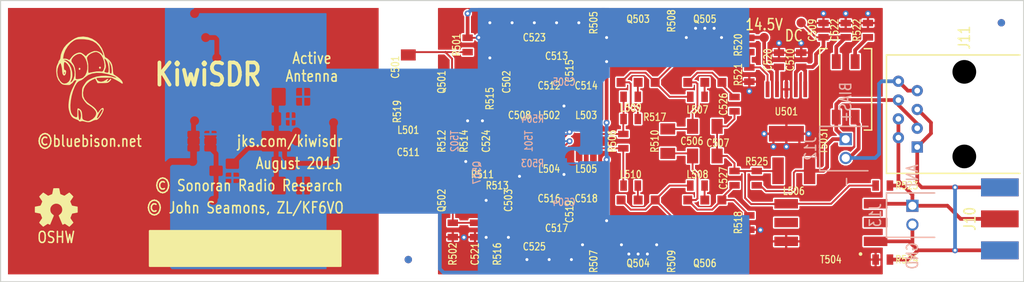
<source format=kicad_pcb>
(kicad_pcb (version 20171130) (host pcbnew "(5.1.6-0-10_14)")
  (layers (0 Top signal hide) (31 Gnd signal) (34 B.Paste user) (35 F.Paste user) (36 B.SilkS user) (37 F.SilkS user) (38 B.Mask user) (39 F.Mask user) (44 Edge.Cuts user))
  (net 0 "")
  (net 1 /14.55)
  (net 2 /ANT2)
  (net 3 /ANT3)
  (net 4 /ANT4)
  (net 5 /B1H)
  (net 6 /B1L)
  (net 7 /B2H)
  (net 8 /B2L)
  (net 9 /BIAS)
  (net 10 /BIAS+)
  (net 11 /BIAS-)
  (net 12 /DCIN)
  (net 13 /E1H)
  (net 14 /E1L)
  (net 15 /E2H)
  (net 16 /E2L)
  (net 17 /EPROBE)
  (net 18 /FB1)
  (net 19 /FB2)
  (net 20 /FB3)
  (net 21 /JHI)
  (net 22 /JLO)
  (net 23 /NF1H)
  (net 24 /NF1L)
  (net 25 /NF2H)
  (net 26 /NF2L)
  (net 27 /NF3H)
  (net 28 /NF3L)
  (net 29 /OUT)
  (net 30 /RX+)
  (net 31 /RX-)
  (net 32 /THI)
  (net 33 /TLO)
  (net 34 /TP)
  (net 35 /VADJ)
  (net 36 GND)
  (module kiwi-MCL_KK81 (layer Top) (at 196 80 90)
    (fp_text reference T504 (at -5 0 180) (layer F.SilkS) (effects (font (size 1 0.8))))
    (fp_text value "DNL T1-6" hide)
    (pad 1 smd rect (at -2.54 -6.03 90) (size 1.27 3.18) (layers Top F.Paste F.Mask) (net 36 GND))
    (pad 2 smd rect (at 0 -6.03 90) (size 1.27 3.18) (layers Top F.Paste F.Mask))
    (pad 3 smd rect (at 2.54 -6.03 90) (size 1.27 3.18) (layers Top F.Paste F.Mask) (net 29 /OUT))
    (pad 4 smd rect (at 2.54 6.03 90) (size 1.27 3.18) (layers Top F.Paste F.Mask) (net 30 /RX+))
    (pad 5 smd rect (at 0 6.03 90) (size 1.27 3.18) (layers Top F.Paste F.Mask))
    (pad 6 smd rect (at -2.54 6.03 90) (size 1.27 3.18) (layers Top F.Paste F.Mask) (net 31 /RX-))
  )
  (module kiwi-RJ45_8 (layer Top) (at 214 65.35 90)
    (fp_text reference J11 (at 10.35 0 90) (layer F.SilkS) (effects (font (size 1.5 1.2) (thickness 0.2))))
    (fp_text value "DNL RJ45" hide)
    (pad Hole np_thru_hole circle (at 5.715 0 90) (size 3.2 3.2) (drill 3.2) (layers *.Mask))
    (pad Hole np_thru_hole circle (at -5.715 0 90) (size 3.2 3.2) (drill 3.2) (layers *.Mask))
    (pad 1 thru_hole rect (at -4.445 -6.35 90) (size 1.524 1.524) (drill 0.76) (layers *.Cu *.Mask) (net 31 /RX-))
    (pad 2 thru_hole circle (at -3.175 -8.89 90) (size 1.524 1.524) (drill 0.76) (layers *.Cu *.Mask) (net 30 /RX+))
    (pad 3 thru_hole circle (at -1.905 -6.35 90) (size 1.524 1.524) (drill 0.76) (layers *.Cu *.Mask) (net 10 /BIAS+))
    (pad 4 thru_hole circle (at -0.635 -8.89 90) (size 1.524 1.524) (drill 0.76) (layers *.Cu *.Mask) (net 30 /RX+))
    (pad 5 thru_hole circle (at 0.635 -6.35 90) (size 1.524 1.524) (drill 0.76) (layers *.Cu *.Mask) (net 31 /RX-))
    (pad 6 thru_hole circle (at 1.905 -8.89 90) (size 1.524 1.524) (drill 0.76) (layers *.Cu *.Mask) (net 10 /BIAS+))
    (pad 7 thru_hole circle (at 3.175 -6.35 90) (size 1.524 1.524) (drill 0.76) (layers *.Cu *.Mask) (net 11 /BIAS-))
    (pad 8 thru_hole circle (at 4.445 -8.89 90) (size 1.524 1.524) (drill 0.76) (layers *.Cu *.Mask) (net 11 /BIAS-))
  )
  (module kiwi-TB_2P_2_54MM (layer Gnd) (at 207 79 270)
    (fp_text reference J13 (at 0 5 270) (layer B.SilkS) (effects (font (size 1.5 1.2) (thickness 0.2)) (justify mirror)))
    (fp_text value TB_2 hide)
    (pad 1 thru_hole rect (at -1.27 0 270) (size 1.65 1.65) (drill 1.1) (layers *.Cu *.Mask) (net 30 /RX+))
    (pad 2 thru_hole circle (at 1.27 0 270) (size 1.65 1.65) (drill 1.1) (layers *.Cu *.Mask) (net 31 /RX-))
  )
  (module kiwi-TB_2P_2_54MM (layer Gnd) (at 198 70 270)
    (fp_text reference J12 (at 0 4.75 270) (layer B.SilkS) (effects (font (size 1.5 1.2) (thickness 0.2)) (justify mirror)))
    (fp_text value "DNL TB_2" hide)
    (pad 1 thru_hole rect (at -1.27 0 270) (size 1.65 1.65) (drill 1.1) (layers *.Cu *.Mask) (net 10 /BIAS+))
    (pad 2 thru_hole circle (at 1.27 0 270) (size 1.65 1.65) (drill 1.1) (layers *.Cu *.Mask) (net 11 /BIAS-))
  )
  (module kiwi-TP_1250 (layer Top) (at 192 53)
    (fp_text reference TP501 hide)
    (fp_text value TEST_POINT hide)
    (pad 1 smd circle (at 0 0) (size 1.25 1.25) (layers Top F.Mask) (net 12 /DCIN))
  )
  (module kiwi-TP_1250 (layer Top) (at 187 55)
    (fp_text reference TP502 hide)
    (fp_text value TEST_POINT hide)
    (pad 1 smd circle (at 0 0) (size 1.25 1.25) (layers Top F.Mask) (net 1 /14.55))
  )
  (module kiwi-SM1812 (layer Top) (at 191 73)
    (fp_text reference L506 (at 0 2.75) (layer F.SilkS) (effects (font (size 1 0.8))))
    (fp_text value 100uH hide)
    (pad 1 smd rect (at -2.125 0) (size 1.55 3.6) (layers Top F.Paste F.Mask) (net 29 /OUT))
    (pad 2 smd rect (at 2.125 0) (size 1.55 3.6) (layers Top F.Paste F.Mask) (net 10 /BIAS+))
  )
  (module kiwi-SM0805 (layer Top) (at 145 81 90)
    (fp_text reference R502 (at -3.25 0 90) (layer F.SilkS) (effects (font (size 1 0.8))))
    (fp_text value 1M hide)
    (pad 1 smd rect (at -0.9652 0 90) (size 0.889 1.397) (layers Top F.Paste F.Mask) (net 36 GND))
    (pad 2 smd rect (at 0.9652 0 90) (size 0.889 1.397) (layers Top F.Paste F.Mask) (net 9 /BIAS))
  )
  (module kiwi-SM0805 (layer Top) (at 164 56 270)
    (fp_text reference R505 (at -3 0 270) (layer F.SilkS) (effects (font (size 1 0.8))))
    (fp_text value 100K hide)
    (pad 1 smd rect (at -0.9652 0 270) (size 0.889 1.397) (layers Top F.Paste F.Mask) (net 1 /14.55))
    (pad 2 smd rect (at 0.9652 0 270) (size 0.889 1.397) (layers Top F.Paste F.Mask) (net 27 /NF3H))
  )
  (module kiwi-SM0805 (layer Top) (at 195 54 90)
    (fp_text reference C509 (at 0 -1.5 90) (layer F.SilkS) (effects (font (size 1 0.8))))
    (fp_text value 100n/100 hide)
    (pad 1 smd rect (at -0.9652 0 90) (size 0.889 1.397) (layers Top F.Paste F.Mask) (net 12 /DCIN))
    (pad 2 smd rect (at 0.9652 0 90) (size 0.889 1.397) (layers Top F.Paste F.Mask) (net 36 GND))
  )
  (module kiwi-SM0805 (layer Top) (at 183 74 90)
    (fp_text reference C527 (at 0 -1.5 90) (layer F.SilkS) (effects (font (size 1 0.8))))
    (fp_text value 1n/100 hide)
    (pad 1 smd rect (at -0.9652 0 90) (size 0.889 1.397) (layers Top F.Paste F.Mask) (net 16 /E2L))
    (pad 2 smd rect (at 0.9652 0 90) (size 0.889 1.397) (layers Top F.Paste F.Mask) (net 29 /OUT))
  )
  (module kiwi-SM0805 (layer Top) (at 183 64 270)
    (fp_text reference C526 (at 0 1.5 270) (layer F.SilkS) (effects (font (size 1 0.8))))
    (fp_text value 1n/100 hide)
    (pad 1 smd rect (at -0.9652 0 270) (size 0.889 1.397) (layers Top F.Paste F.Mask) (net 15 /E2H))
    (pad 2 smd rect (at 0.9652 0 270) (size 0.889 1.397) (layers Top F.Paste F.Mask) (net 29 /OUT))
  )
  (module kiwi-SM0805 (layer Top) (at 156 56.5)
    (fp_text reference C523 (at 0 -1.5) (layer F.SilkS) (effects (font (size 1 0.8))))
    (fp_text value 1n/100 hide)
    (pad 1 smd rect (at -0.9652 0) (size 0.889 1.397) (layers Top F.Paste F.Mask) (net 21 /JHI))
    (pad 2 smd rect (at 0.9652 0) (size 0.889 1.397) (layers Top F.Paste F.Mask) (net 23 /NF1H))
  )
  (module kiwi-SM0805 (layer Top) (at 151 69 270)
    (fp_text reference C524 (at 0 1.5 270) (layer F.SilkS) (effects (font (size 1 0.8))))
    (fp_text value 1n/100 hide)
    (pad 1 smd rect (at -0.9652 0 270) (size 0.889 1.397) (layers Top F.Paste F.Mask) (net 21 /JHI))
    (pad 2 smd rect (at 0.9652 0 270) (size 0.889 1.397) (layers Top F.Paste F.Mask) (net 22 /JLO))
  )
  (module kiwi-SM0805 (layer Top) (at 156 81.5)
    (fp_text reference C525 (at 0 1.75) (layer F.SilkS) (effects (font (size 1 0.8))))
    (fp_text value 1n/100 hide)
    (pad 1 smd rect (at -0.9652 0) (size 0.889 1.397) (layers Top F.Paste F.Mask) (net 22 /JLO))
    (pad 2 smd rect (at 0.9652 0) (size 0.889 1.397) (layers Top F.Paste F.Mask) (net 24 /NF1L))
  )
  (module kiwi-SM0805 (layer Top) (at 186 74 90)
    (fp_text reference R525 (at 2.25 0 180) (layer F.SilkS) (effects (font (size 1 0.8))))
    (fp_text value 1K5 hide)
    (pad 1 smd rect (at -0.9652 0 90) (size 0.889 1.397) (layers Top F.Paste F.Mask) (net 10 /BIAS+))
    (pad 2 smd rect (at 0.9652 0 90) (size 0.889 1.397) (layers Top F.Paste F.Mask) (net 29 /OUT))
  )
  (module kiwi-SM0805 (layer Top) (at 198 54 90)
    (fp_text reference C522 (at 0 -1.5 90) (layer F.SilkS) (effects (font (size 1 0.8))))
    (fp_text value 1n/100 hide)
    (pad 1 smd rect (at -0.9652 0 90) (size 0.889 1.397) (layers Top F.Paste F.Mask) (net 12 /DCIN))
    (pad 2 smd rect (at 0.9652 0 90) (size 0.889 1.397) (layers Top F.Paste F.Mask) (net 36 GND))
  )
  (module kiwi-SM0805 (layer Top) (at 174.5 56 270)
    (fp_text reference R508 (at -3.25 0 270) (layer F.SilkS) (effects (font (size 1 0.8))))
    (fp_text value 470R hide)
    (pad 1 smd rect (at -0.9652 0 270) (size 0.889 1.397) (layers Top F.Paste F.Mask) (net 1 /14.55))
    (pad 2 smd rect (at 0.9652 0 270) (size 0.889 1.397) (layers Top F.Paste F.Mask) (net 13 /E1H))
  )
  (module kiwi-SM0805 (layer Top) (at 203 85 180)
    (fp_text reference R524 (at -3.25 0 180) (layer F.SilkS) (effects (font (size 1 0.8))))
    (fp_text value 0R hide)
    (pad 1 smd rect (at -0.9652 0 180) (size 0.889 1.397) (layers Top F.Paste F.Mask) (net 31 /RX-))
    (pad 2 smd rect (at 0.9652 0 180) (size 0.889 1.397) (layers Top F.Paste F.Mask) (net 36 GND))
  )
  (module kiwi-SM0805 (layer Top) (at 203 75 180)
    (fp_text reference R523 (at -3.25 0 180) (layer F.SilkS) (effects (font (size 1 0.8))))
    (fp_text value 0R hide)
    (pad 1 smd rect (at -0.9652 0 180) (size 0.889 1.397) (layers Top F.Paste F.Mask) (net 30 /RX+))
    (pad 2 smd rect (at 0.9652 0 180) (size 0.889 1.397) (layers Top F.Paste F.Mask) (net 29 /OUT))
  )
  (module kiwi-SM0805 (layer Top) (at 168 69 270)
    (fp_text reference R506 (at 0 1.5 270) (layer F.SilkS) (effects (font (size 1 0.8))))
    (fp_text value 2K2 hide)
    (pad 1 smd rect (at -0.9652 0 270) (size 0.889 1.397) (layers Top F.Paste F.Mask) (net 27 /NF3H))
    (pad 2 smd rect (at 0.9652 0 270) (size 0.889 1.397) (layers Top F.Paste F.Mask) (net 28 /NF3L))
  )
  (module kiwi-SM0805 (layer Top) (at 148 69 90)
    (fp_text reference R514 (at 0 -1.5 90) (layer F.SilkS) (effects (font (size 1 0.8))))
    (fp_text value 100R hide)
    (pad 1 smd rect (at -0.9652 0 90) (size 0.889 1.397) (layers Top F.Paste F.Mask) (net 22 /JLO))
    (pad 2 smd rect (at 0.9652 0 90) (size 0.889 1.397) (layers Top F.Paste F.Mask) (net 21 /JHI))
  )
  (module kiwi-SM0805 (layer Top) (at 139 72)
    (fp_text reference C511 (at 0 -1.5) (layer F.SilkS) (effects (font (size 1 0.8))))
    (fp_text value DNL hide)
    (pad 1 smd rect (at -0.9652 0) (size 0.889 1.397) (layers Top F.Paste F.Mask) (net 17 /EPROBE))
    (pad 2 smd rect (at 0.9652 0) (size 0.889 1.397) (layers Top F.Paste F.Mask) (net 2 /ANT2))
  )
  (module kiwi-SM0805 (layer Top) (at 147 56 270)
    (fp_text reference R501 (at 0 1.5 270) (layer F.SilkS) (effects (font (size 1 0.8))))
    (fp_text value 1M hide)
    (pad 1 smd rect (at -0.9652 0 270) (size 0.889 1.397) (layers Top F.Paste F.Mask) (net 1 /14.55))
    (pad 2 smd rect (at 0.9652 0 270) (size 0.889 1.397) (layers Top F.Paste F.Mask) (net 4 /ANT4))
  )
  (module kiwi-SM0805 (layer Top) (at 158 75)
    (fp_text reference C516 (at 0 1.75) (layer F.SilkS) (effects (font (size 1 0.8))))
    (fp_text value DNL hide)
    (pad 1 smd rect (at -0.9652 0) (size 0.889 1.397) (layers Top F.Paste F.Mask) (net 24 /NF1L))
    (pad 2 smd rect (at 0.9652 0) (size 0.889 1.397) (layers Top F.Paste F.Mask) (net 26 /NF2L))
  )
  (module kiwi-SM0805 (layer Top) (at 163 59)
    (fp_text reference C515 (at -2.25 0.5 90) (layer F.SilkS) (effects (font (size 1 0.8))))
    (fp_text value DNL hide)
    (pad 1 smd rect (at -0.9652 0) (size 0.889 1.397) (layers Top F.Paste F.Mask) (net 25 /NF2H))
    (pad 2 smd rect (at 0.9652 0) (size 0.889 1.397) (layers Top F.Paste F.Mask) (net 27 /NF3H))
  )
  (module kiwi-SM0805 (layer Top) (at 163 63)
    (fp_text reference C514 (at 0 -1.5) (layer F.SilkS) (effects (font (size 1 0.8))))
    (fp_text value DNL hide)
    (pad 1 smd rect (at -0.9652 0) (size 0.889 1.397) (layers Top F.Paste F.Mask) (net 25 /NF2H))
    (pad 2 smd rect (at 0.9652 0) (size 0.889 1.397) (layers Top F.Paste F.Mask) (net 27 /NF3H))
  )
  (module kiwi-SM0805 (layer Top) (at 158 59)
    (fp_text reference C513 (at 1 -1.5) (layer F.SilkS) (effects (font (size 1 0.8))))
    (fp_text value DNL hide)
    (pad 1 smd rect (at -0.9652 0) (size 0.889 1.397) (layers Top F.Paste F.Mask) (net 23 /NF1H))
    (pad 2 smd rect (at 0.9652 0) (size 0.889 1.397) (layers Top F.Paste F.Mask) (net 25 /NF2H))
  )
  (module kiwi-SM0805 (layer Top) (at 158 63)
    (fp_text reference C512 (at 0 -1.5) (layer F.SilkS) (effects (font (size 1 0.8))))
    (fp_text value DNL hide)
    (pad 1 smd rect (at -0.9652 0) (size 0.889 1.397) (layers Top F.Paste F.Mask) (net 23 /NF1H))
    (pad 2 smd rect (at 0.9652 0) (size 0.889 1.397) (layers Top F.Paste F.Mask) (net 25 /NF2H))
  )
  (module kiwi-SM0805 (layer Top) (at 163 71)
    (fp_text reference L505 (at 0 1.75) (layer F.SilkS) (effects (font (size 1 0.8))))
    (fp_text value 0R hide)
    (pad 1 smd rect (at -0.9652 0) (size 0.889 1.397) (layers Top F.Paste F.Mask) (net 26 /NF2L))
    (pad 2 smd rect (at 0.9652 0) (size 0.889 1.397) (layers Top F.Paste F.Mask) (net 28 /NF3L))
  )
  (module kiwi-SM0805 (layer Top) (at 163 67)
    (fp_text reference L503 (at 0 -1.5) (layer F.SilkS) (effects (font (size 1 0.8))))
    (fp_text value 0R hide)
    (pad 1 smd rect (at -0.9652 0) (size 0.889 1.397) (layers Top F.Paste F.Mask) (net 25 /NF2H))
    (pad 2 smd rect (at 0.9652 0) (size 0.889 1.397) (layers Top F.Paste F.Mask) (net 27 /NF3H))
  )
  (module kiwi-SM0805 (layer Top) (at 158 71)
    (fp_text reference L504 (at 0 1.75) (layer F.SilkS) (effects (font (size 1 0.8))))
    (fp_text value 0R hide)
    (pad 1 smd rect (at -0.9652 0) (size 0.889 1.397) (layers Top F.Paste F.Mask) (net 24 /NF1L))
    (pad 2 smd rect (at 0.9652 0) (size 0.889 1.397) (layers Top F.Paste F.Mask) (net 26 /NF2L))
  )
  (module kiwi-SM0805 (layer Top) (at 158 67)
    (fp_text reference L502 (at 0 -1.5) (layer F.SilkS) (effects (font (size 1 0.8))))
    (fp_text value 0R hide)
    (pad 1 smd rect (at -0.9652 0) (size 0.889 1.397) (layers Top F.Paste F.Mask) (net 23 /NF1H))
    (pad 2 smd rect (at 0.9652 0) (size 0.889 1.397) (layers Top F.Paste F.Mask) (net 25 /NF2H))
  )
  (module kiwi-SM0805 (layer Top) (at 139 65 90)
    (fp_text reference R519 (at 0 -1.5 90) (layer F.SilkS) (effects (font (size 1 0.8))))
    (fp_text value 0R hide)
    (pad 1 smd rect (at -0.9652 0 90) (size 0.889 1.397) (layers Top F.Paste F.Mask) (net 2 /ANT2))
    (pad 2 smd rect (at 0.9652 0 90) (size 0.889 1.397) (layers Top F.Paste F.Mask) (net 3 /ANT3))
  )
  (module kiwi-SM0805 (layer Top) (at 139 69 180)
    (fp_text reference L501 (at 0 1.5 180) (layer F.SilkS) (effects (font (size 1 0.8))))
    (fp_text value 0R hide)
    (pad 1 smd rect (at -0.9652 0 180) (size 0.889 1.397) (layers Top F.Paste F.Mask) (net 2 /ANT2))
    (pad 2 smd rect (at 0.9652 0 180) (size 0.889 1.397) (layers Top F.Paste F.Mask) (net 17 /EPROBE))
  )
  (module kiwi-SM0805 (layer Top) (at 145 69 270)
    (fp_text reference R512 (at 0 1.5 270) (layer F.SilkS) (effects (font (size 1 0.8))))
    (fp_text value 0R hide)
    (pad 1 smd rect (at -0.9652 0 270) (size 0.889 1.397) (layers Top F.Paste F.Mask) (net 4 /ANT4))
    (pad 2 smd rect (at 0.9652 0 270) (size 0.889 1.397) (layers Top F.Paste F.Mask) (net 9 /BIAS))
  )
  (module kiwi-SM0805 (layer Top) (at 146 74 180)
    (fp_text reference R511 (at -3 0.5 180) (layer F.SilkS) (effects (font (size 1 0.8))))
    (fp_text value "DNL 1M" hide)
    (pad 1 smd rect (at -0.9652 0 180) (size 0.889 1.397) (layers Top F.Paste F.Mask) (net 1 /14.55))
    (pad 2 smd rect (at 0.9652 0 180) (size 0.889 1.397) (layers Top F.Paste F.Mask) (net 9 /BIAS))
  )
  (module kiwi-SM0805 (layer Top) (at 185 80 270)
    (fp_text reference R518 (at 0 1.5 270) (layer F.SilkS) (effects (font (size 1 0.8))))
    (fp_text value "DNL 0R" hide)
    (pad 1 smd rect (at -0.9652 0 270) (size 0.889 1.397) (layers Top F.Paste F.Mask) (net 16 /E2L))
    (pad 2 smd rect (at 0.9652 0 270) (size 0.889 1.397) (layers Top F.Paste F.Mask) (net 36 GND))
  )
  (module kiwi-SM0805 (layer Gnd) (at 159 72 180)
    (fp_text reference R503 (at 3.25 0 180) (layer B.SilkS) (effects (font (size 1 0.8)) (justify mirror)))
    (fp_text value "DNL 100R" hide)
    (pad 1 smd rect (at -0.9652 0 180) (size 0.889 1.397) (layers Gnd B.Paste B.Mask) (net 1 /14.55))
    (pad 2 smd rect (at 0.9652 0 180) (size 0.889 1.397) (layers Gnd B.Paste B.Mask) (net 33 /TLO))
  )
  (module kiwi-SM0805 (layer Gnd) (at 159 66 180)
    (fp_text reference R504 (at 3.25 0 180) (layer B.SilkS) (effects (font (size 1 0.8)) (justify mirror)))
    (fp_text value "DNL 100R" hide)
    (pad 1 smd rect (at -0.9652 0 180) (size 0.889 1.397) (layers Gnd B.Paste B.Mask) (net 36 GND))
    (pad 2 smd rect (at 0.9652 0 180) (size 0.889 1.397) (layers Gnd B.Paste B.Mask) (net 32 /THI))
  )
  (module kiwi-SM0805 (layer Top) (at 151 77 90)
    (fp_text reference R513 (at 2 0 180) (layer F.SilkS) (effects (font (size 1 0.8))))
    (fp_text value "DNL 0R" hide)
    (pad 1 smd rect (at -0.9652 0 90) (size 0.889 1.397) (layers Top F.Paste F.Mask) (net 19 /FB2))
    (pad 2 smd rect (at 0.9652 0 90) (size 0.889 1.397) (layers Top F.Paste F.Mask) (net 22 /JLO))
  )
  (module kiwi-SM0805 (layer Top) (at 151 81 90)
    (fp_text reference R516 (at -3.25 0 90) (layer F.SilkS) (effects (font (size 1 0.8))))
    (fp_text value 0R hide)
    (pad 1 smd rect (at -0.9652 0 90) (size 0.889 1.397) (layers Top F.Paste F.Mask) (net 36 GND))
    (pad 2 smd rect (at 0.9652 0 90) (size 0.889 1.397) (layers Top F.Paste F.Mask) (net 19 /FB2))
  )
  (module kiwi-SM0805 (layer Top) (at 201 54 90)
    (fp_text reference R522 (at 0 -1.5 90) (layer F.SilkS) (effects (font (size 1 0.8))))
    (fp_text value DNL hide)
    (pad 1 smd rect (at -0.9652 0 90) (size 0.889 1.397) (layers Top F.Paste F.Mask) (net 34 /TP))
    (pad 2 smd rect (at 0.9652 0 90) (size 0.889 1.397) (layers Top F.Paste F.Mask) (net 36 GND))
  )
  (module kiwi-SM0805 (layer Top) (at 174.5 82 270)
    (fp_text reference R509 (at 3.25 0 270) (layer F.SilkS) (effects (font (size 1 0.8))))
    (fp_text value 470R hide)
    (pad 1 smd rect (at -0.9652 0 270) (size 0.889 1.397) (layers Top F.Paste F.Mask) (net 14 /E1L))
    (pad 2 smd rect (at 0.9652 0 270) (size 0.889 1.397) (layers Top F.Paste F.Mask) (net 36 GND))
  )
  (module kiwi-SM0805 (layer Top) (at 169 66 180)
    (fp_text reference R517 (at -3.25 0.25 180) (layer F.SilkS) (effects (font (size 1 0.8))))
    (fp_text value "DNL 47R" hide)
    (pad 1 smd rect (at -0.9652 0 180) (size 0.889 1.397) (layers Top F.Paste F.Mask) (net 13 /E1H))
    (pad 2 smd rect (at 0.9652 0 180) (size 0.889 1.397) (layers Top F.Paste F.Mask) (net 27 /NF3H))
  )
  (module kiwi-SM0805 (layer Top) (at 192 58 90)
    (fp_text reference C510 (at 0 -1.5 90) (layer F.SilkS) (effects (font (size 1 0.8))))
    (fp_text value 10u/25 hide)
    (pad 1 smd rect (at -0.9652 0 90) (size 0.889 1.397) (layers Top F.Paste F.Mask) (net 12 /DCIN))
    (pad 2 smd rect (at 0.9652 0 90) (size 0.889 1.397) (layers Top F.Paste F.Mask) (net 36 GND))
  )
  (module kiwi-SM0805 (layer Top) (at 150 60 270)
    (fp_text reference R515 (at 3.25 0 270) (layer F.SilkS) (effects (font (size 1 0.8))))
    (fp_text value 0R hide)
    (pad 1 smd rect (at -0.9652 0 270) (size 0.889 1.397) (layers Top F.Paste F.Mask) (net 1 /14.55))
    (pad 2 smd rect (at 0.9652 0 270) (size 0.889 1.397) (layers Top F.Paste F.Mask) (net 18 /FB1))
  )
  (module kiwi-SM0805 (layer Top) (at 185 60 90)
    (fp_text reference R521 (at 0 -1.5 90) (layer F.SilkS) (effects (font (size 1 0.8))))
    (fp_text value 1K hide)
    (pad 1 smd rect (at -0.9652 0 90) (size 0.889 1.397) (layers Top F.Paste F.Mask) (net 36 GND))
    (pad 2 smd rect (at 0.9652 0 90) (size 0.889 1.397) (layers Top F.Paste F.Mask) (net 35 /VADJ))
  )
  (module kiwi-SM0805 (layer Top) (at 185 56 270)
    (fp_text reference R520 (at 0 1.5 270) (layer F.SilkS) (effects (font (size 1 0.8))))
    (fp_text value 11K hide)
    (pad 1 smd rect (at -0.9652 0 270) (size 0.889 1.397) (layers Top F.Paste F.Mask) (net 1 /14.55))
    (pad 2 smd rect (at 0.9652 0 270) (size 0.889 1.397) (layers Top F.Paste F.Mask) (net 35 /VADJ))
  )
  (module kiwi-SM0805 (layer Top) (at 189 58 90)
    (fp_text reference C520 (at 0 -1.5 90) (layer F.SilkS) (effects (font (size 1 0.8))))
    (fp_text value 10u/25 hide)
    (pad 1 smd rect (at -0.9652 0 90) (size 0.889 1.397) (layers Top F.Paste F.Mask) (net 1 /14.55))
    (pad 2 smd rect (at 0.9652 0 90) (size 0.889 1.397) (layers Top F.Paste F.Mask) (net 36 GND))
  )
  (module kiwi-SM0805 (layer Top) (at 178 75)
    (fp_text reference L508 (at 0 -1.5) (layer F.SilkS) (effects (font (size 1 0.8))))
    (fp_text value "FB 80Z" hide)
    (pad 1 smd rect (at -0.9652 0) (size 0.889 1.397) (layers Top F.Paste F.Mask) (net 14 /E1L))
    (pad 2 smd rect (at 0.9652 0) (size 0.889 1.397) (layers Top F.Paste F.Mask) (net 8 /B2L))
  )
  (module kiwi-SM0805 (layer Top) (at 178 63)
    (fp_text reference L507 (at 0 1.75) (layer F.SilkS) (effects (font (size 1 0.8))))
    (fp_text value "FB 80Z" hide)
    (pad 1 smd rect (at -0.9652 0) (size 0.889 1.397) (layers Top F.Paste F.Mask) (net 13 /E1H))
    (pad 2 smd rect (at 0.9652 0) (size 0.889 1.397) (layers Top F.Paste F.Mask) (net 7 /B2H))
  )
  (module kiwi-SM0805 (layer Top) (at 169 75)
    (fp_text reference L510 (at 0 -1.5) (layer F.SilkS) (effects (font (size 1 0.8))))
    (fp_text value "FB 80Z" hide)
    (pad 1 smd rect (at -0.9652 0) (size 0.889 1.397) (layers Top F.Paste F.Mask) (net 28 /NF3L))
    (pad 2 smd rect (at 0.9652 0) (size 0.889 1.397) (layers Top F.Paste F.Mask) (net 6 /B1L))
  )
  (module kiwi-SM0805 (layer Top) (at 169 63)
    (fp_text reference L509 (at 0 1.5) (layer F.SilkS) (effects (font (size 1 0.8))))
    (fp_text value "FB 80Z" hide)
    (pad 1 smd rect (at -0.9652 0) (size 0.889 1.397) (layers Top F.Paste F.Mask) (net 27 /NF3H))
    (pad 2 smd rect (at 0.9652 0) (size 0.889 1.397) (layers Top F.Paste F.Mask) (net 5 /B1H))
  )
  (module kiwi-SM0805 (layer Top) (at 163 79)
    (fp_text reference C519 (at -2.25 -0.5 90) (layer F.SilkS) (effects (font (size 1 0.8))))
    (fp_text value DNL hide)
    (pad 1 smd rect (at -0.9652 0) (size 0.889 1.397) (layers Top F.Paste F.Mask) (net 26 /NF2L))
    (pad 2 smd rect (at 0.9652 0) (size 0.889 1.397) (layers Top F.Paste F.Mask) (net 28 /NF3L))
  )
  (module kiwi-SM0805 (layer Top) (at 163 75)
    (fp_text reference C518 (at 0 1.75) (layer F.SilkS) (effects (font (size 1 0.8))))
    (fp_text value DNL hide)
    (pad 1 smd rect (at -0.9652 0) (size 0.889 1.397) (layers Top F.Paste F.Mask) (net 26 /NF2L))
    (pad 2 smd rect (at 0.9652 0) (size 0.889 1.397) (layers Top F.Paste F.Mask) (net 28 /NF3L))
  )
  (module kiwi-SM0805 (layer Top) (at 158 79)
    (fp_text reference C517 (at 1 1.75) (layer F.SilkS) (effects (font (size 1 0.8))))
    (fp_text value DNL hide)
    (pad 1 smd rect (at -0.9652 0) (size 0.889 1.397) (layers Top F.Paste F.Mask) (net 24 /NF1L))
    (pad 2 smd rect (at 0.9652 0) (size 0.889 1.397) (layers Top F.Paste F.Mask) (net 26 /NF2L))
  )
  (module kiwi-SM0805 (layer Top) (at 164 82 270)
    (fp_text reference R507 (at 3.25 0 270) (layer F.SilkS) (effects (font (size 1 0.8))))
    (fp_text value 100K hide)
    (pad 1 smd rect (at -0.9652 0 270) (size 0.889 1.397) (layers Top F.Paste F.Mask) (net 28 /NF3L))
    (pad 2 smd rect (at 0.9652 0 270) (size 0.889 1.397) (layers Top F.Paste F.Mask) (net 36 GND))
  )
  (module kiwi-SM0805 (layer Top) (at 148 81 270)
    (fp_text reference C521 (at 3.25 0 270) (layer F.SilkS) (effects (font (size 1 0.8))))
    (fp_text value "DNL 100n/100" hide)
    (pad 1 smd rect (at -0.9652 0 270) (size 0.889 1.397) (layers Top F.Paste F.Mask) (net 9 /BIAS))
    (pad 2 smd rect (at 0.9652 0 270) (size 0.889 1.397) (layers Top F.Paste F.Mask) (net 36 GND))
  )
  (module kiwi-SM1206 (layer Top) (at 174 69 270)
    (fp_text reference R510 (at 0 1.75 270) (layer F.SilkS) (effects (font (size 1 0.8))))
    (fp_text value 10R/0.66W hide)
    (pad 1 smd rect (at -1.65 0 270) (size 1.5 2) (layers Top F.Paste F.Mask) (net 15 /E2H))
    (pad 2 smd rect (at 1.65 0 270) (size 1.5 2) (layers Top F.Paste F.Mask) (net 16 /E2L))
  )
  (module kiwi-SM1206 (layer Gnd) (at 160 63)
    (fp_text reference C505 (at 0 -2) (layer B.SilkS) (effects (font (size 1 0.8)) (justify mirror)))
    (fp_text value "DNL 470n/100" hide)
    (pad 1 smd rect (at -1.65 0) (size 1.5 2) (layers Gnd B.Paste B.Mask) (net 32 /THI))
    (pad 2 smd rect (at 1.65 0) (size 1.5 2) (layers Gnd B.Paste B.Mask) (net 36 GND))
  )
  (module kiwi-SM1206 (layer Gnd) (at 160 75 180)
    (fp_text reference C504 (at 0 -2.25 180) (layer B.SilkS) (effects (font (size 1 0.8)) (justify mirror)))
    (fp_text value "DNL 470n/100" hide)
    (pad 1 smd rect (at -1.65 0 180) (size 1.5 2) (layers Gnd B.Paste B.Mask) (net 36 GND))
    (pad 2 smd rect (at 1.65 0 180) (size 1.5 2) (layers Gnd B.Paste B.Mask) (net 33 /TLO))
  )
  (module kiwi-SM1206 (layer Top) (at 154 69 270)
    (fp_text reference C508 (at -3.5 0) (layer F.SilkS) (effects (font (size 1 0.8))))
    (fp_text value 470n/100 hide)
    (pad 1 smd rect (at -1.65 0 270) (size 1.5 2) (layers Top F.Paste F.Mask) (net 21 /JHI))
    (pad 2 smd rect (at 1.65 0 270) (size 1.5 2) (layers Top F.Paste F.Mask) (net 22 /JLO))
  )
  (module kiwi-SM1206 (layer Top) (at 154 77 90)
    (fp_text reference C503 (at 0 -1.5 90) (layer F.SilkS) (effects (font (size 1 0.8))))
    (fp_text value 470n/100 hide)
    (pad 1 smd rect (at -1.65 0 90) (size 1.5 2) (layers Top F.Paste F.Mask) (net 22 /JLO))
    (pad 2 smd rect (at 1.65 0 90) (size 1.5 2) (layers Top F.Paste F.Mask) (net 24 /NF1L))
  )
  (module kiwi-SM1206 (layer Top) (at 179 71)
    (fp_text reference C507 (at 1.75 -1.75) (layer F.SilkS) (effects (font (size 1 0.8))))
    (fp_text value 470n/100 hide)
    (pad 1 smd rect (at -1.65 0) (size 1.5 2) (layers Top F.Paste F.Mask) (net 16 /E2L))
    (pad 2 smd rect (at 1.65 0) (size 1.5 2) (layers Top F.Paste F.Mask) (net 29 /OUT))
  )
  (module kiwi-SM1206 (layer Top) (at 179 67)
    (fp_text reference C506 (at -1.75 2) (layer F.SilkS) (effects (font (size 1 0.8))))
    (fp_text value 470n/100 hide)
    (pad 1 smd rect (at -1.65 0) (size 1.5 2) (layers Top F.Paste F.Mask) (net 15 /E2H))
    (pad 2 smd rect (at 1.65 0) (size 1.5 2) (layers Top F.Paste F.Mask) (net 29 /OUT))
  )
  (module kiwi-SM1206 (layer Top) (at 154 61 270)
    (fp_text reference C502 (at 0 1.75 270) (layer F.SilkS) (effects (font (size 1 0.8))))
    (fp_text value 470n/100 hide)
    (pad 1 smd rect (at -1.65 0 270) (size 1.5 2) (layers Top F.Paste F.Mask) (net 21 /JHI))
    (pad 2 smd rect (at 1.65 0 270) (size 1.5 2) (layers Top F.Paste F.Mask) (net 23 /NF1H))
  )
  (module kiwi-SM1206 (layer Top) (at 139 59 90)
    (fp_text reference C501 (at 0 -1.75 90) (layer F.SilkS) (effects (font (size 1 0.8))))
    (fp_text value 470n/100 hide)
    (pad 1 smd rect (at -1.65 0 90) (size 1.5 2) (layers Top F.Paste F.Mask) (net 3 /ANT3))
    (pad 2 smd rect (at 1.65 0 90) (size 1.5 2) (layers Top F.Paste F.Mask) (net 4 /ANT4))
  )
  (module kiwi-CMC (layer Top) (at 198 62 270)
    (fp_text reference T503 (at 7.25 3 270) (layer F.SilkS) (effects (font (size 1 0.8))))
    (fp_text value "CMC 2 mH" hide)
    (pad 1 smd rect (at -3.75 -1.27 270) (size 2 1.2) (layers Top F.Paste F.Mask) (net 34 /TP))
    (pad 4 smd rect (at 3.75 -1.27 270) (size 2 1.2) (layers Top F.Paste F.Mask) (net 11 /BIAS-))
    (pad 2 smd rect (at -3.75 1.27 270) (size 2 1.2) (layers Top F.Paste F.Mask) (net 12 /DCIN))
    (pad 3 smd rect (at 3.75 1.27 270) (size 2 1.2) (layers Top F.Paste F.Mask) (net 10 /BIAS+))
  )
  (module kiwi-BNC_SMA_NO_VIP (layer Top) (at 222 79.5 180)
    (fp_text reference J10 (at 7.25 0 270) (layer F.SilkS) (effects (font (size 1.5 1.2) (thickness 0.2))))
    (fp_text value "DNL BNC" hide)
    (pad 1 smd rect (at 3.21 0 180) (size 5.08 2.29) (layers Top F.Mask) (net 30 /RX+))
    (pad 2 smd rect (at 3.21 4.255 180) (size 5.08 2.415) (layers *.Cu *.Mask) (net 31 /RX-))
    (pad 3 smd rect (at 3.21 -4.255 180) (size 5.08 2.415) (layers *.Cu *.Mask) (net 31 /RX-))
  )
  (module kiwi-MCL_KK81 (layer Gnd) (at 158 69 270)
    (fp_text reference T501 (at 0 2.75 270) (layer B.SilkS) (effects (font (size 1 0.8)) (justify mirror)))
    (fp_text value "DNL T-622" hide)
    (pad 1 smd rect (at -0.9398 -1.143 270) (size 0.508 1.27) (layers Gnd B.Paste B.Mask) (net 21 /JHI))
    (pad 2 smd rect (at 0 -1.14 270) (size 0.508 1.27) (layers Gnd B.Paste B.Mask) (net 22 /JLO))
    (pad 3 smd rect (at 0.9398 -1.14 270) (size 0.508 1.27) (layers Gnd B.Paste B.Mask) (net 1 /14.55))
    (pad 4 smd rect (at 0.9398 1.14 270) (size 0.508 1.27) (layers Gnd B.Paste B.Mask) (net 20 /FB3))
    (pad 5 smd rect (at 0 1.14 270) (size 0.508 1.27) (layers Gnd B.Paste B.Mask) (net 33 /TLO))
    (pad 6 smd rect (at -0.9398 1.14 270) (size 0.508 1.27) (layers Gnd B.Paste B.Mask) (net 32 /THI))
  )
  (module kiwi-MCL_KK81 (layer Gnd) (at 148 69 270)
    (fp_text reference T502 (at 0 2.75 270) (layer B.SilkS) (effects (font (size 1 0.8)) (justify mirror)))
    (fp_text value "DNL T1-6" hide)
    (pad 1 smd rect (at -0.9398 -1.143 270) (size 0.508 1.27) (layers Gnd B.Paste B.Mask) (net 36 GND))
    (pad 2 smd rect (at 0 -1.14 270) (size 0.508 1.27) (layers Gnd B.Paste B.Mask))
    (pad 3 smd rect (at 0.9398 -1.14 270) (size 0.508 1.27) (layers Gnd B.Paste B.Mask) (net 19 /FB2))
    (pad 4 smd rect (at 0.9398 1.14 270) (size 0.508 1.27) (layers Gnd B.Paste B.Mask) (net 1 /14.55))
    (pad 5 smd rect (at 0 1.14 270) (size 0.508 1.27) (layers Gnd B.Paste B.Mask))
    (pad 6 smd rect (at -0.9398 1.14 270) (size 0.508 1.27) (layers Gnd B.Paste B.Mask) (net 18 /FB1))
  )
  (module kiwi-OSHW_6MM (layer Top) (at 91.5 78)
    (fp_text reference GFX3 hide)
    (fp_text value OSHW hide)
  )
  (module kiwi-KIWI_10MM (layer Top) (at 96 61)
    (fp_text reference GFX1 hide)
    (fp_text value LOGO hide)
  )
  (module kiwi-SOT223_EBEC (layer Top) (at 170 80 180)
    (fp_text reference Q504 (at 0 -5.5 180) (layer F.SilkS) (effects (font (size 1 0.8))))
    (fp_text value BFG35 hide)
    (pad E1 smd rect (at -2.3 3.05 180) (size 1.2 1.2) (layers Top F.Paste F.Mask) (net 14 /E1L))
    (pad B smd rect (at 0 3.05 180) (size 1.2 1.2) (layers Top F.Paste F.Mask) (net 6 /B1L))
    (pad E2 smd rect (at 2.3 3.05 180) (size 1.2 1.2) (layers Top F.Paste F.Mask) (net 14 /E1L))
    (pad C smd rect (at 0 -3.05 180) (size 3.5 1.2) (layers Top F.Paste F.Mask) (net 1 /14.55))
  )
  (module kiwi-SOT223_EBEC (layer Top) (at 179 58)
    (fp_text reference Q505 (at 0 -5.5) (layer F.SilkS) (effects (font (size 1 0.8))))
    (fp_text value BFG35 hide)
    (pad E1 smd rect (at -2.3 3.05) (size 1.2 1.2) (layers Top F.Paste F.Mask) (net 15 /E2H))
    (pad B smd rect (at 0 3.05) (size 1.2 1.2) (layers Top F.Paste F.Mask) (net 7 /B2H))
    (pad E2 smd rect (at 2.3 3.05) (size 1.2 1.2) (layers Top F.Paste F.Mask) (net 15 /E2H))
    (pad C smd rect (at 0 -3.05) (size 3.5 1.2) (layers Top F.Paste F.Mask) (net 1 /14.55))
  )
  (module kiwi-SOT223_EBEC (layer Top) (at 170 58)
    (fp_text reference Q503 (at 0 -5.5) (layer F.SilkS) (effects (font (size 1 0.8))))
    (fp_text value BFG31 hide)
    (pad E1 smd rect (at -2.3 3.05) (size 1.2 1.2) (layers Top F.Paste F.Mask) (net 13 /E1H))
    (pad B smd rect (at 0 3.05) (size 1.2 1.2) (layers Top F.Paste F.Mask) (net 5 /B1H))
    (pad E2 smd rect (at 2.3 3.05) (size 1.2 1.2) (layers Top F.Paste F.Mask) (net 13 /E1H))
    (pad C smd rect (at 0 -3.05) (size 3.5 1.2) (layers Top F.Paste F.Mask) (net 36 GND))
  )
  (module kiwi-SOT223_EBEC (layer Top) (at 179 80 180)
    (fp_text reference Q506 (at 0 -5.5 180) (layer F.SilkS) (effects (font (size 1 0.8))))
    (fp_text value BFG31 hide)
    (pad E1 smd rect (at -2.3 3.05 180) (size 1.2 1.2) (layers Top F.Paste F.Mask) (net 16 /E2L))
    (pad B smd rect (at 0 3.05 180) (size 1.2 1.2) (layers Top F.Paste F.Mask) (net 8 /B2L))
    (pad E2 smd rect (at 2.3 3.05 180) (size 1.2 1.2) (layers Top F.Paste F.Mask) (net 16 /E2L))
    (pad C smd rect (at 0 -3.05 180) (size 3.5 1.2) (layers Top F.Paste F.Mask) (net 36 GND))
  )
  (module kiwi-SOT23_DGS (layer Top) (at 146 61 90)
    (fp_text reference Q501 (at 0 -2.5 90) (layer F.SilkS) (effects (font (size 1 0.8))))
    (fp_text value J310 hide)
    (pad D smd rect (at -0.94996 1.09982 90) (size 0.99822 1.39954) (layers Top F.Paste F.Mask) (net 18 /FB1))
    (pad S smd rect (at 0.94996 1.09982 90) (size 0.99822 1.39954) (layers Top F.Paste F.Mask) (net 21 /JHI))
    (pad G smd rect (at 0 -1.09982 90) (size 0.99822 1.39954) (layers Top F.Paste F.Mask) (net 4 /ANT4))
  )
  (module kiwi-SOT23_DGS (layer Top) (at 146 77 90)
    (fp_text reference Q502 (at 0 -2.5 90) (layer F.SilkS) (effects (font (size 1 0.8))))
    (fp_text value J271 hide)
    (pad D smd rect (at -0.94996 1.09982 90) (size 0.99822 1.39954) (layers Top F.Paste F.Mask) (net 19 /FB2))
    (pad S smd rect (at 0.94996 1.09982 90) (size 0.99822 1.39954) (layers Top F.Paste F.Mask) (net 22 /JLO))
    (pad G smd rect (at 0 -1.09982 90) (size 0.99822 1.39954) (layers Top F.Paste F.Mask) (net 9 /BIAS))
  )
  (module kiwi-SOT23_DGS (layer Gnd) (at 151 73 270)
    (fp_text reference Q507 (at 0.25 2.75 270) (layer B.SilkS) (effects (font (size 1 0.8)) (justify mirror)))
    (fp_text value "DNL J310" hide)
    (pad D smd rect (at -0.94996 -1.09982 270) (size 0.99822 1.39954) (layers Gnd B.Paste B.Mask) (net 20 /FB3))
    (pad S smd rect (at 0.94996 -1.09982 270) (size 0.99822 1.39954) (layers Gnd B.Paste B.Mask) (net 36 GND))
    (pad G smd rect (at 0 1.09982 270) (size 0.99822 1.39954) (layers Gnd B.Paste B.Mask) (net 19 /FB2))
  )
  (module kiwi-FIDUCIAL_2_SIDE (layer Top) (at 139 85)
    (fp_text reference FID1 hide)
    (fp_text value FIDUCIAL hide)
    (pad 1 smd circle (at 0 0) (size 1 1) (layers *.Cu *.Mask) (clearance 1))
  )
  (module kiwi-FIDUCIAL_2_SIDE (layer Top) (at 219 53)
    (fp_text reference FID2 hide)
    (fp_text value FIDUCIAL hide)
    (pad 1 smd circle (at 0 0) (size 1 1) (layers *.Cu *.Mask) (clearance 1))
  )
  (module kiwi-E_FIELD_PROBE (layer Top) (at 110 69 90)
    (fp_text reference EP501 hide)
    (fp_text value E_FIELD_PROBE hide)
    (pad 1 smd rect (at 0 0 90) (size 36 50) (layers Top) (net 17 /EPROBE))
  )
  (module kiwi-SOT223_6 (layer Top) (at 190 65 180)
    (fp_text reference U501 (at 0 0 180) (layer F.SilkS) (effects (font (size 1 0.8))))
    (fp_text value TPS7A4501 hide)
    (pad 1 smd rect (at -2.54 3 180) (size 0.51 2.11) (layers Top F.Paste F.Mask) (net 12 /DCIN))
    (pad 2 smd rect (at -1.27 3 180) (size 0.51 2.11) (layers Top F.Paste F.Mask) (net 12 /DCIN))
    (pad 3 smd rect (at 0 3 180) (size 0.51 2.11) (layers Top F.Paste F.Mask) (net 36 GND))
    (pad 4 smd rect (at 1.27 3 180) (size 0.51 2.11) (layers Top F.Paste F.Mask) (net 1 /14.55))
    (pad 5 smd rect (at 2.54 3 180) (size 0.51 2.11) (layers Top F.Paste F.Mask) (net 35 /VADJ))
    (pad TAB smd rect (at 0 -3 180) (size 4.72 2.11) (layers Top F.Paste F.Mask) (net 36 GND))
  )
  (gr_text "© John Seamons, ZL/KF6VO" (at 117 78) (layer F.SilkS) (effects (font (size 1.5 1.2) (thickness 0.2))))
  (gr_text - (at 198 74.5 90) (layer B.SilkS) (effects (font (size 1.5 1.2) (thickness 0.2)) (justify mirror)))
  (gr_text BIAS+ (at 198 63.75 90) (layer B.SilkS) (effects (font (size 1.5 1.2) (thickness 0.2)) (justify mirror)))
  (gr_text GND (at 207 84.5 90) (layer B.SilkS) (effects (font (size 1.5 1.2) (thickness 0.2)) (justify mirror)))
  (gr_text ANT (at 207 73.75 90) (layer B.SilkS) (effects (font (size 1.5 1.2) (thickness 0.2)) (justify mirror)))
  (gr_text 14.5V (at 187 53.25) (layer F.SilkS) (effects (font (size 1.5 1.2) (thickness 0.2))))
  (gr_text DC (at 191 54.75) (layer F.SilkS) (effects (font (size 1.5 1.2) (thickness 0.2))))
  (gr_text jks.com/kiwisdr (at 123 69) (layer F.SilkS) (effects (font (size 1.5 1.2) (thickness 0.2))))
  (gr_text "August 2015" (at 130 72) (layer F.SilkS) (effects (font (size 1.5 1.2) (thickness 0.2)) (justify right)))
  (gr_text "© Sonoran Radio Research" (at 117.5 75) (layer F.SilkS) (effects (font (size 1.5 1.2) (thickness 0.2))))
  (gr_text "Active\nAntenna" (at 126 59) (layer F.SilkS) (effects (font (size 1.5 1.2) (thickness 0.2))))
  (gr_text ©bluebison.net (at 96 69) (layer F.SilkS) (effects (font (size 1.5 1.2) (thickness 0.2))))
  (gr_text KiwiSDR (at 112 60) (layer F.SilkS) (effects (font (size 3 2.4) (thickness 0.5))))
  (gr_text OSHW (at 91.5 82) (layer F.SilkS) (effects (font (size 1.5 1.2) (thickness 0.2))))
  (gr_line (start 84 50) (end 222 50) (angle 90) (layer Edge.Cuts) (width 0.15))
  (gr_line (start 222 50) (end 222 88) (angle 90) (layer Edge.Cuts) (width 0.15))
  (gr_line (start 222 88) (end 84 88) (angle 90) (layer Edge.Cuts) (width 0.15))
  (gr_line (start 84 88) (end 84 50) (angle 90) (layer Edge.Cuts) (width 0.15))
  (segment (start 188.73 62) (end 188.73 59.2352) (width 0.5) (layer Top) (net 1))
  (segment (start 188.73 59.2352) (end 189 58.9652) (width 0.5) (layer Top) (net 1))
  (segment (start 147 55.0348) (end 148.4652 55.0348) (width 0.25) (layer Top) (net 1))
  (segment (start 150 59) (end 150 59.0348) (width 0.25) (layer Top) (net 1))
  (segment (start 150 57.75) (end 150 59) (width 0.25) (layer Top) (net 1))
  (via (at 150 57.75) (size 0.8) (layers Top Gnd) (net 1))
  (segment (start 150 55.25) (end 150 57.75) (width 0.25) (layer Gnd) (net 1))
  (segment (start 149.75 55) (end 150 55.25) (width 0.25) (layer Gnd) (net 1))
  (segment (start 148.5 55) (end 149.75 55) (width 0.25) (layer Gnd) (net 1))
  (via (at 148.5 55) (size 0.8) (layers Top Gnd) (net 1))
  (segment (start 148.4652 55.0348) (end 148.5 55) (width 0.25) (layer Top) (net 1))
  (segment (start 147 55.0348) (end 147 51.75) (width 0.5) (layer Top) (net 1))
  (segment (start 147.5 51.25) (end 165.5 51.25) (width 0.5) (layer Gnd) (net 1))
  (segment (start 147 51.75) (end 147.5 51.25) (width 0.5) (layer Gnd) (net 1))
  (via (at 147 51.75) (size 0.8) (layers Top Gnd) (net 1))
  (segment (start 165.75 71.5) (end 165.75 79.75) (width 0.5) (layer Top) (net 1))
  (via (at 165.75 71.5) (size 0.8) (layers Top Gnd) (net 1))
  (via (at 165.75 79.75) (size 0.8) (layers Top Gnd) (net 1))
  (segment (start 170 83.05) (end 167.8 83.05) (width 0.3) (layer Top) (net 1))
  (via (at 167.75 83) (size 0.8) (layers Top Gnd) (net 1))
  (segment (start 167.8 83.05) (end 167.75 83) (width 0.3) (layer Top) (net 1))
  (segment (start 170 83.05) (end 172.45 83.05) (width 0.3) (layer Top) (net 1))
  (via (at 172.5 83) (size 0.8) (layers Top Gnd) (net 1))
  (segment (start 172.45 83.05) (end 172.5 83) (width 0.3) (layer Top) (net 1))
  (segment (start 170 83.05) (end 169.2 83.05) (width 0.3) (layer Top) (net 1))
  (via (at 168.75 84.25) (size 0.8) (layers Top Gnd) (net 1))
  (segment (start 168.75 83.5) (end 168.75 84.25) (width 0.3) (layer Top) (net 1))
  (segment (start 169.2 83.05) (end 168.75 83.5) (width 0.3) (layer Top) (net 1))
  (segment (start 170 83.05) (end 170.8 83.05) (width 0.3) (layer Top) (net 1))
  (via (at 171.25 84.25) (size 0.8) (layers Top Gnd) (net 1))
  (segment (start 171.25 83.5) (end 171.25 84.25) (width 0.3) (layer Top) (net 1))
  (segment (start 170.8 83.05) (end 171.25 83.5) (width 0.3) (layer Top) (net 1))
  (segment (start 170 83.05) (end 170 84.25) (width 0.3) (layer Top) (net 1))
  (via (at 170 84.25) (size 0.8) (layers Top Gnd) (net 1))
  (segment (start 179 54.95) (end 179.8 54.95) (width 0.3) (layer Top) (net 1))
  (via (at 180.25 53.75) (size 0.8) (layers Top Gnd) (net 1))
  (segment (start 180.25 54.5) (end 180.25 53.75) (width 0.3) (layer Top) (net 1))
  (segment (start 179.8 54.95) (end 180.25 54.5) (width 0.3) (layer Top) (net 1))
  (segment (start 179 54.95) (end 178.2 54.95) (width 0.3) (layer Top) (net 1))
  (via (at 177.75 53.75) (size 0.8) (layers Top Gnd) (net 1))
  (segment (start 177.75 54.5) (end 177.75 53.75) (width 0.3) (layer Top) (net 1))
  (segment (start 178.2 54.95) (end 177.75 54.5) (width 0.3) (layer Top) (net 1))
  (segment (start 179 54.95) (end 179 53.75) (width 0.3) (layer Top) (net 1))
  (via (at 179 53.75) (size 0.8) (layers Top Gnd) (net 1))
  (segment (start 174.5 55.0348) (end 176.4652 55.0348) (width 0.25) (layer Top) (net 1))
  (segment (start 176.55 54.95) (end 176.5 55) (width 0.25) (layer Top) (net 1))
  (via (at 176.5 55) (size 0.8) (layers Top Gnd) (net 1))
  (segment (start 176.55 54.95) (end 179 54.95) (width 0.3) (layer Top) (net 1))
  (segment (start 176.4652 55.0348) (end 176.5 55) (width 0.25) (layer Top) (net 1))
  (segment (start 165.75 71.5) (end 165.75 66.5) (width 0.5) (layer Gnd) (net 1))
  (via (at 165.75 58.25) (size 0.8) (layers Top Gnd) (net 1))
  (segment (start 165.75 66.5) (end 165.75 58.25) (width 0.5) (layer Top) (net 1))
  (via (at 165.75 66.5) (size 0.8) (layers Top Gnd) (net 1))
  (segment (start 164 55.0348) (end 165.7152 55.0348) (width 0.5) (layer Top) (net 1))
  (via (at 165.75 55) (size 0.8) (layers Top Gnd) (net 1))
  (segment (start 165.7152 55.0348) (end 165.75 55) (width 0.5) (layer Top) (net 1))
  (segment (start 181.25 55) (end 185 55) (width 0.5) (layer Top) (net 1))
  (segment (start 185 55) (end 185 55.0348) (width 0.5) (layer Top) (net 1))
  (segment (start 179 54.95) (end 181.2 54.95) (width 0.3) (layer Top) (net 1))
  (via (at 181.25 55) (size 0.8) (layers Top Gnd) (net 1))
  (segment (start 181.2 54.95) (end 181.25 55) (width 0.5) (layer Top) (net 1))
  (segment (start 146.86 69.9398) (end 146.86 71.64) (width 0.5) (layer Gnd) (net 1))
  (segment (start 146.86 71.64) (end 146.75 71.75) (width 0.5) (layer Gnd) (net 1))
  (segment (start 143.25 72.25) (end 143.75 71.75) (width 0.5) (layer Gnd) (net 1))
  (segment (start 143.75 71.75) (end 146.75 71.75) (width 0.5) (layer Gnd) (net 1))
  (segment (start 143.25 86.25) (end 143.25 72.25) (width 0.5) (layer Gnd) (net 1))
  (segment (start 143.75 86.75) (end 143.25 86.25) (width 0.5) (layer Gnd) (net 1))
  (segment (start 165.25 86.75) (end 143.75 86.75) (width 0.5) (layer Gnd) (net 1))
  (segment (start 146.9652 71.9652) (end 146.9652 74) (width 0.5) (layer Top) (net 1))
  (segment (start 146.75 71.75) (end 146.9652 71.9652) (width 0.5) (layer Top) (net 1))
  (via (at 146.75 71.75) (size 0.8) (layers Top Gnd) (net 1))
  (segment (start 159.14 69.9398) (end 159.14 71.1748) (width 0.25) (layer Gnd) (net 1))
  (segment (start 159.14 71.1748) (end 159.9652 72) (width 0.25) (layer Gnd) (net 1))
  (segment (start 159.9652 72) (end 165.25 72) (width 0.25) (layer Gnd) (net 1))
  (segment (start 165.25 72) (end 165.75 71.5) (width 0.25) (layer Gnd) (net 1))
  (segment (start 187 55) (end 185.0348 55) (width 0.5) (layer Top) (net 1))
  (segment (start 185.0348 55) (end 185 55.0348) (width 0.5) (layer Top) (net 1))
  (segment (start 189 58.9652) (end 187.4652 58.9652) (width 0.5) (layer Top) (net 1))
  (segment (start 187 58.5) (end 187 55) (width 0.5) (layer Top) (net 1))
  (segment (start 187.4652 58.9652) (end 187 58.5) (width 0.5) (layer Top) (net 1))
  (segment (start 139.9652 72) (end 139.9652 69) (width 0.25) (layer Top) (net 2))
  (segment (start 139.9652 69) (end 139.9652 66.9304) (width 0.25) (layer Top) (net 2))
  (segment (start 139.9652 66.9304) (end 139 65.9652) (width 0.25) (layer Top) (net 2))
  (segment (start 139 60.65) (end 139 64.0348) (width 0.25) (layer Top) (net 3))
  (segment (start 147 56.9652) (end 144.0348 56.9652) (width 0.25) (layer Top) (net 4))
  (segment (start 144 57) (end 144 56.9652) (width 0.25) (layer Top) (net 4))
  (segment (start 144.0348 56.9652) (end 144 57) (width 0.25) (layer Top) (net 4))
  (segment (start 144 56.9652) (end 144 56.9652) (width 0.25) (layer Top) (net 4))
  (segment (start 144 56.9652) (end 139.3848 56.9652) (width 0.25) (layer Top) (net 4))
  (segment (start 139.3848 56.9652) (end 139 57.35) (width 0.25) (layer Top) (net 4))
  (segment (start 144.90018 61) (end 144.90018 57.86538) (width 0.25) (layer Top) (net 4))
  (segment (start 144.90018 57.86538) (end 144 56.9652) (width 0.25) (layer Top) (net 4))
  (segment (start 145 68.0348) (end 145 61.09982) (width 0.25) (layer Top) (net 4))
  (segment (start 145 61.09982) (end 144.90018 61) (width 0.25) (layer Top) (net 4))
  (segment (start 169.9652 63) (end 169.9652 61.0848) (width 0.25) (layer Top) (net 5))
  (segment (start 169.9652 61.0848) (end 170 61.05) (width 0.25) (layer Top) (net 5))
  (segment (start 169.9652 75) (end 169.9652 76.9152) (width 0.25) (layer Top) (net 6))
  (segment (start 169.9652 76.9152) (end 170 76.95) (width 0.25) (layer Top) (net 6))
  (segment (start 178.9652 63) (end 178.9652 61.0848) (width 0.25) (layer Top) (net 7))
  (segment (start 178.9652 61.0848) (end 179 61.05) (width 0.25) (layer Top) (net 7))
  (segment (start 178.9652 75) (end 178.9652 76.9152) (width 0.25) (layer Top) (net 8))
  (segment (start 178.9652 76.9152) (end 179 76.95) (width 0.25) (layer Top) (net 8))
  (segment (start 145.0348 74) (end 145.0348 76.86538) (width 0.25) (layer Top) (net 9))
  (segment (start 145.0348 76.86538) (end 144.90018 77) (width 0.25) (layer Top) (net 9))
  (segment (start 145.0348 74) (end 145.0348 70) (width 0.25) (layer Top) (net 9))
  (segment (start 145.0348 70) (end 145 69.9652) (width 0.25) (layer Top) (net 9))
  (segment (start 145 76.90018) (end 144.90018 77) (width 0.25) (layer Top) (net 9))
  (segment (start 145 80.0348) (end 145 77.09982) (width 0.25) (layer Top) (net 9))
  (segment (start 145 77.09982) (end 144.90018 77) (width 0.25) (layer Top) (net 9))
  (segment (start 148 80.0348) (end 145 80.0348) (width 0.25) (layer Top) (net 9))
  (segment (start 198 68.73) (end 196.27 68.73) (width 0.5) (layer Top) (net 10))
  (segment (start 195 73) (end 193.125 73) (width 0.5) (layer Top) (net 10))
  (segment (start 195.5 72.5) (end 195 73) (width 0.5) (layer Top) (net 10))
  (segment (start 195.5 69.5) (end 195.5 72.5) (width 0.5) (layer Top) (net 10))
  (segment (start 196.27 68.73) (end 195.5 69.5) (width 0.5) (layer Top) (net 10))
  (segment (start 186 74.9652) (end 186.4652 74.9652) (width 0.25) (layer Top) (net 10))
  (segment (start 186.4652 74.9652) (end 187.25 75.75) (width 0.25) (layer Top) (net 10))
  (segment (start 187.25 75.75) (end 190.75 75.75) (width 0.25) (layer Top) (net 10))
  (segment (start 190.75 75.75) (end 191 75.5) (width 0.25) (layer Top) (net 10))
  (segment (start 191 75.5) (end 191 73.25) (width 0.25) (layer Top) (net 10))
  (segment (start 191 73.25) (end 191.25 73) (width 0.25) (layer Top) (net 10))
  (segment (start 191.25 73) (end 193.125 73) (width 0.25) (layer Top) (net 10))
  (segment (start 205.11 63.445) (end 197.305 63.445) (width 0.5) (layer Top) (net 10))
  (segment (start 196.73 64.02) (end 196.73 65.75) (width 0.5) (layer Top) (net 10))
  (segment (start 197.305 63.445) (end 196.73 64.02) (width 0.5) (layer Top) (net 10))
  (segment (start 207.65 67.255) (end 207.65 66.65) (width 0.5) (layer Top) (net 10))
  (segment (start 205.11 64.11) (end 205.11 63.445) (width 0.5) (layer Top) (net 10))
  (segment (start 207.65 66.65) (end 205.11 64.11) (width 0.5) (layer Top) (net 10))
  (segment (start 196.73 65.75) (end 196.73 67.46) (width 0.5) (layer Top) (net 10))
  (segment (start 196.73 67.46) (end 198 68.73) (width 0.5) (layer Top) (net 10))
  (segment (start 205.11 60.905) (end 202.845 60.905) (width 0.5) (layer Gnd) (net 11))
  (segment (start 202.5 61.25) (end 202.5 70.75) (width 0.5) (layer Gnd) (net 11))
  (segment (start 202.5 70.75) (end 201.98 71.27) (width 0.5) (layer Gnd) (net 11))
  (segment (start 201.98 71.27) (end 198 71.27) (width 0.5) (layer Gnd) (net 11))
  (segment (start 202.845 60.905) (end 202.5 61.25) (width 0.5) (layer Gnd) (net 11))
  (segment (start 199.27 65.75) (end 199.27 66.27) (width 0.5) (layer Top) (net 11))
  (segment (start 198.48 71.27) (end 198 71.27) (width 0.5) (layer Top) (net 11))
  (segment (start 199.75 70) (end 198.48 71.27) (width 0.5) (layer Top) (net 11))
  (segment (start 199.75 66.75) (end 199.75 70) (width 0.5) (layer Top) (net 11))
  (segment (start 199.27 66.27) (end 199.75 66.75) (width 0.5) (layer Top) (net 11))
  (segment (start 207.65 62.175) (end 206.38 62.175) (width 0.5) (layer Top) (net 11))
  (segment (start 206.38 62.175) (end 205.11 60.905) (width 0.5) (layer Top) (net 11))
  (segment (start 192.54 62) (end 192.54 59.5052) (width 0.5) (layer Top) (net 12))
  (segment (start 192.54 59.5052) (end 192 58.9652) (width 0.5) (layer Top) (net 12))
  (segment (start 191.27 62) (end 191.27 59.6952) (width 0.5) (layer Top) (net 12))
  (segment (start 191.27 59.6952) (end 192 58.9652) (width 0.5) (layer Top) (net 12))
  (segment (start 195 54.9652) (end 193.9652 54.9652) (width 0.25) (layer Top) (net 12))
  (segment (start 193.9652 54.9652) (end 192 53) (width 0.25) (layer Top) (net 12))
  (segment (start 195 54.9652) (end 195 56.25) (width 0.5) (layer Top) (net 12))
  (segment (start 193.5348 58.9652) (end 192 58.9652) (width 0.5) (layer Top) (net 12))
  (segment (start 194 58.5) (end 193.5348 58.9652) (width 0.5) (layer Top) (net 12))
  (segment (start 194 57.25) (end 194 58.5) (width 0.5) (layer Top) (net 12))
  (segment (start 195 56.25) (end 194 57.25) (width 0.5) (layer Top) (net 12))
  (segment (start 198 54.9652) (end 195 54.9652) (width 0.5) (layer Top) (net 12))
  (segment (start 196.73 58.25) (end 196.73 56.2352) (width 0.5) (layer Top) (net 12))
  (segment (start 196.73 56.2352) (end 198 54.9652) (width 0.5) (layer Top) (net 12))
  (segment (start 172.3 61.05) (end 171 59.75) (width 0.25) (layer Top) (net 13))
  (segment (start 169 59.75) (end 167.7 61.05) (width 0.25) (layer Top) (net 13))
  (segment (start 171 59.75) (end 169 59.75) (width 0.25) (layer Top) (net 13))
  (segment (start 174.5 56.9652) (end 174.5 58.85) (width 0.25) (layer Top) (net 13))
  (segment (start 174.5 58.85) (end 172.3 61.05) (width 0.25) (layer Top) (net 13))
  (segment (start 177.0348 63) (end 174.25 63) (width 0.25) (layer Top) (net 13))
  (segment (start 174.25 63) (end 172.3 61.05) (width 0.25) (layer Top) (net 13))
  (segment (start 169.9652 66) (end 169.9652 64.7152) (width 0.25) (layer Top) (net 13))
  (segment (start 169.9652 64.7152) (end 169.75 64.5) (width 0.25) (layer Top) (net 13))
  (segment (start 169.75 64.5) (end 169.25 64.5) (width 0.25) (layer Top) (net 13))
  (segment (start 169.25 64.5) (end 169 64.25) (width 0.25) (layer Top) (net 13))
  (segment (start 169 64.25) (end 169 61.25) (width 0.25) (layer Top) (net 13))
  (segment (start 169 61.25) (end 168.8 61.05) (width 0.25) (layer Top) (net 13))
  (segment (start 168.8 61.05) (end 167.7 61.05) (width 0.25) (layer Top) (net 13))
  (segment (start 174.5 81.0348) (end 174.5 79.15) (width 0.25) (layer Top) (net 14))
  (segment (start 174.5 79.15) (end 172.3 76.95) (width 0.25) (layer Top) (net 14))
  (segment (start 177.0348 75) (end 174.25 75) (width 0.25) (layer Top) (net 14))
  (segment (start 174.25 75) (end 172.3 76.95) (width 0.25) (layer Top) (net 14))
  (segment (start 167.7 76.95) (end 169 78.25) (width 0.25) (layer Top) (net 14))
  (segment (start 171 78.25) (end 172.3 76.95) (width 0.25) (layer Top) (net 14))
  (segment (start 169 78.25) (end 171 78.25) (width 0.25) (layer Top) (net 14))
  (segment (start 181.3 61.05) (end 181.3 61.3348) (width 0.25) (layer Top) (net 15))
  (segment (start 181.3 61.3348) (end 183 63.0348) (width 0.25) (layer Top) (net 15))
  (segment (start 181.3 61.05) (end 180 59.75) (width 0.25) (layer Top) (net 15))
  (segment (start 178 59.75) (end 176.7 61.05) (width 0.25) (layer Top) (net 15))
  (segment (start 180 59.75) (end 178 59.75) (width 0.25) (layer Top) (net 15))
  (segment (start 177.35 67) (end 177.35 65.15) (width 0.25) (layer Top) (net 15))
  (segment (start 177.35 65.15) (end 178 64.5) (width 0.25) (layer Top) (net 15))
  (segment (start 178 64.5) (end 178 61.25) (width 0.25) (layer Top) (net 15))
  (segment (start 178 61.25) (end 177.8 61.05) (width 0.25) (layer Top) (net 15))
  (segment (start 177.8 61.05) (end 176.7 61.05) (width 0.25) (layer Top) (net 15))
  (segment (start 174 67.35) (end 177 67.35) (width 0.25) (layer Top) (net 15))
  (segment (start 177 67.35) (end 177.35 67) (width 0.25) (layer Top) (net 15))
  (segment (start 177.35 71) (end 177.35 72.85) (width 0.25) (layer Top) (net 16))
  (segment (start 177.8 76.95) (end 176.7 76.95) (width 0.25) (layer Top) (net 16))
  (segment (start 178 76.75) (end 177.8 76.95) (width 0.25) (layer Top) (net 16))
  (segment (start 178 73.5) (end 178 76.75) (width 0.25) (layer Top) (net 16))
  (segment (start 177.35 72.85) (end 178 73.5) (width 0.25) (layer Top) (net 16))
  (segment (start 181.3 76.95) (end 182.9152 76.95) (width 0.25) (layer Top) (net 16))
  (segment (start 182.9152 76.95) (end 185 79.0348) (width 0.25) (layer Top) (net 16))
  (segment (start 181.3 76.95) (end 181.3 76.6652) (width 0.25) (layer Top) (net 16))
  (segment (start 181.3 76.6652) (end 183 74.9652) (width 0.25) (layer Top) (net 16))
  (segment (start 176.7 76.95) (end 178 78.25) (width 0.25) (layer Top) (net 16))
  (segment (start 178 78.25) (end 180 78.25) (width 0.25) (layer Top) (net 16))
  (segment (start 180 78.25) (end 181.3 76.95) (width 0.25) (layer Top) (net 16))
  (segment (start 174 70.65) (end 177 70.65) (width 0.25) (layer Top) (net 16))
  (segment (start 177 70.65) (end 177.35 71) (width 0.25) (layer Top) (net 16))
  (segment (start 138.0348 69) (end 110 69) (width 0.25) (layer Top) (net 17))
  (segment (start 138.0348 72) (end 138.0348 69) (width 0.25) (layer Top) (net 17))
  (segment (start 147.09982 61.94996) (end 147.09982 66.15018) (width 0.25) (layer Top) (net 18))
  (segment (start 146.86 66.39) (end 146.86 68.0602) (width 0.25) (layer Gnd) (net 18))
  (segment (start 147 66.25) (end 146.86 66.39) (width 0.25) (layer Gnd) (net 18))
  (via (at 147 66.25) (size 0.8) (drill 0.4) (layers Top Gnd) (net 18))
  (segment (start 147.09982 66.15018) (end 147 66.25) (width 0.25) (layer Top) (net 18))
  (segment (start 147.09982 61.94996) (end 149.01524 61.94996) (width 0.25) (layer Top) (net 18))
  (segment (start 149.01524 61.94996) (end 150 60.9652) (width 0.25) (layer Top) (net 18))
  (segment (start 149.90018 73) (end 149.90018 76.59982) (width 0.25) (layer Gnd) (net 19))
  (segment (start 149.9652 77.9652) (end 151 77.9652) (width 0.25) (layer Top) (net 19))
  (segment (start 149.5 77.5) (end 149.9652 77.9652) (width 0.25) (layer Top) (net 19))
  (segment (start 149.5 77) (end 149.5 77.5) (width 0.25) (layer Top) (net 19))
  (via (at 149.5 77) (size 0.8) (drill 0.4) (layers Top Gnd) (net 19))
  (segment (start 149.90018 76.59982) (end 149.5 77) (width 0.25) (layer Gnd) (net 19))
  (segment (start 151 77.9652) (end 147.11506 77.9652) (width 0.25) (layer Top) (net 19))
  (segment (start 147.11506 77.9652) (end 147.09982 77.94996) (width 0.25) (layer Top) (net 19))
  (segment (start 151 80.0348) (end 151 77.9652) (width 0.25) (layer Top) (net 19))
  (segment (start 149.90018 73) (end 149.90018 70.69998) (width 0.25) (layer Gnd) (net 19))
  (segment (start 149.90018 70.69998) (end 149.14 69.9398) (width 0.25) (layer Gnd) (net 19))
  (segment (start 156.86 69.9398) (end 154.21006 69.9398) (width 0.25) (layer Gnd) (net 20))
  (segment (start 154.21006 69.9398) (end 152.09982 72.05004) (width 0.25) (layer Gnd) (net 20))
  (segment (start 154 67.35) (end 154 65.25) (width 0.25) (layer Top) (net 21))
  (segment (start 154 60.75) (end 154 59.35) (width 0.25) (layer Top) (net 21))
  (segment (start 153.75 61) (end 154 60.75) (width 0.25) (layer Top) (net 21))
  (segment (start 152.5 61) (end 153.75 61) (width 0.25) (layer Top) (net 21))
  (segment (start 152.25 61.25) (end 152.5 61) (width 0.25) (layer Top) (net 21))
  (segment (start 152.25 64.75) (end 152.25 61.25) (width 0.25) (layer Top) (net 21))
  (segment (start 152.5 65) (end 152.25 64.75) (width 0.25) (layer Top) (net 21))
  (segment (start 153.75 65) (end 152.5 65) (width 0.25) (layer Top) (net 21))
  (segment (start 154 65.25) (end 153.75 65) (width 0.25) (layer Top) (net 21))
  (segment (start 155.0348 56.5) (end 155.0348 58.3152) (width 0.25) (layer Top) (net 21))
  (segment (start 155.0348 58.3152) (end 154 59.35) (width 0.25) (layer Top) (net 21))
  (segment (start 147.09982 60.05004) (end 153.29996 60.05004) (width 0.25) (layer Top) (net 21))
  (segment (start 153.29996 60.05004) (end 154 59.35) (width 0.25) (layer Top) (net 21))
  (segment (start 154 67.35) (end 154 67.5) (width 0.25) (layer Top) (net 21))
  (segment (start 160.4398 68.0602) (end 159.143 68.0602) (width 0.25) (layer Gnd) (net 21))
  (segment (start 160.75 67.75) (end 160.4398 68.0602) (width 0.25) (layer Gnd) (net 21))
  (via (at 160.75 67.75) (size 0.8) (drill 0.4) (layers Top Gnd) (net 21))
  (segment (start 160 68.5) (end 160.75 67.75) (width 0.25) (layer Top) (net 21))
  (segment (start 155 68.5) (end 160 68.5) (width 0.25) (layer Top) (net 21))
  (segment (start 154 67.5) (end 155 68.5) (width 0.25) (layer Top) (net 21))
  (segment (start 151 68.0348) (end 153.3152 68.0348) (width 0.25) (layer Top) (net 21))
  (segment (start 153.3152 68.0348) (end 154 67.35) (width 0.25) (layer Top) (net 21))
  (segment (start 148 68.0348) (end 151 68.0348) (width 0.25) (layer Top) (net 21))
  (segment (start 155.0348 81.5) (end 155.0348 79.6848) (width 0.25) (layer Top) (net 22))
  (segment (start 155.0348 79.6848) (end 154 78.65) (width 0.25) (layer Top) (net 22))
  (segment (start 151 76.0348) (end 151.3848 76.0348) (width 0.25) (layer Top) (net 22))
  (segment (start 151.3848 76.0348) (end 154 78.65) (width 0.25) (layer Top) (net 22))
  (segment (start 147.09982 76.05004) (end 150.98476 76.05004) (width 0.25) (layer Top) (net 22))
  (segment (start 150.98476 76.05004) (end 151 76.0348) (width 0.25) (layer Top) (net 22))
  (segment (start 151 69.9652) (end 151 76.0348) (width 0.25) (layer Top) (net 22))
  (segment (start 154 70.65) (end 154 70.5) (width 0.25) (layer Top) (net 22))
  (segment (start 160.75 69) (end 159.14 69) (width 0.25) (layer Gnd) (net 22))
  (via (at 160.75 69) (size 0.8) (drill 0.4) (layers Top Gnd) (net 22))
  (segment (start 160.25 69.5) (end 160.75 69) (width 0.25) (layer Top) (net 22))
  (segment (start 155 69.5) (end 160.25 69.5) (width 0.25) (layer Top) (net 22))
  (segment (start 154 70.5) (end 155 69.5) (width 0.25) (layer Top) (net 22))
  (segment (start 151 69.9652) (end 153.3152 69.9652) (width 0.25) (layer Top) (net 22))
  (segment (start 153.3152 69.9652) (end 154 70.65) (width 0.25) (layer Top) (net 22))
  (segment (start 148 69.9652) (end 151 69.9652) (width 0.25) (layer Top) (net 22))
  (segment (start 157.0348 63) (end 154.35 63) (width 0.25) (layer Top) (net 23))
  (segment (start 154.35 63) (end 154 62.65) (width 0.25) (layer Top) (net 23))
  (segment (start 157.0348 59) (end 157.0348 56.5696) (width 0.25) (layer Top) (net 23))
  (segment (start 157.0348 56.5696) (end 156.9652 56.5) (width 0.25) (layer Top) (net 23))
  (segment (start 157.0348 63) (end 157.0348 59) (width 0.25) (layer Top) (net 23))
  (segment (start 157.0348 67) (end 157.0348 63) (width 0.25) (layer Top) (net 23))
  (segment (start 157.0348 79) (end 157.0348 81.4304) (width 0.25) (layer Top) (net 24))
  (segment (start 157.0348 81.4304) (end 156.9652 81.5) (width 0.25) (layer Top) (net 24))
  (segment (start 157.0348 75) (end 157.0348 79) (width 0.25) (layer Top) (net 24))
  (segment (start 154 75.35) (end 156.6848 75.35) (width 0.25) (layer Top) (net 24))
  (segment (start 156.6848 75.35) (end 157.0348 75) (width 0.25) (layer Top) (net 24))
  (segment (start 157.0348 71) (end 157.0348 75) (width 0.25) (layer Top) (net 24))
  (segment (start 162.0348 63) (end 162.0348 59) (width 0.25) (layer Top) (net 25))
  (segment (start 162.0348 67) (end 162.0348 63) (width 0.25) (layer Top) (net 25))
  (segment (start 158.9652 63) (end 162.0348 63) (width 0.25) (layer Top) (net 25))
  (segment (start 158.9652 63) (end 158.9652 59) (width 0.25) (layer Top) (net 25))
  (segment (start 158.9652 67) (end 158.9652 63) (width 0.25) (layer Top) (net 25))
  (segment (start 158.9652 75) (end 162.0348 75) (width 0.25) (layer Top) (net 26))
  (segment (start 162.0348 75) (end 162.0348 79) (width 0.25) (layer Top) (net 26))
  (segment (start 162.0348 71) (end 162.0348 75) (width 0.25) (layer Top) (net 26))
  (segment (start 158.9652 75) (end 158.9652 79) (width 0.25) (layer Top) (net 26))
  (segment (start 158.9652 75) (end 158.9652 71) (width 0.25) (layer Top) (net 26))
  (segment (start 168.0348 66) (end 168.0348 63) (width 0.25) (layer Top) (net 27))
  (segment (start 168 68.0348) (end 168 66.0348) (width 0.25) (layer Top) (net 27))
  (segment (start 168 66.0348) (end 168.0348 66) (width 0.25) (layer Top) (net 27))
  (segment (start 163.9652 59) (end 163.9652 57) (width 0.25) (layer Top) (net 27))
  (segment (start 163.9652 57) (end 164 56.9652) (width 0.25) (layer Top) (net 27))
  (segment (start 163.9652 63) (end 163.9652 59) (width 0.25) (layer Top) (net 27))
  (segment (start 163.9652 67) (end 163.9652 63) (width 0.25) (layer Top) (net 27))
  (segment (start 168 68.0348) (end 165 68.0348) (width 0.25) (layer Top) (net 27))
  (segment (start 165 68.0348) (end 163.9652 67) (width 0.25) (layer Top) (net 27))
  (segment (start 163.9652 79) (end 163.9652 81) (width 0.25) (layer Top) (net 28))
  (segment (start 163.9652 81) (end 164 81.0348) (width 0.25) (layer Top) (net 28))
  (segment (start 163.9652 75) (end 163.9652 79) (width 0.25) (layer Top) (net 28))
  (segment (start 163.9652 75) (end 163.9652 71) (width 0.25) (layer Top) (net 28))
  (segment (start 168 69.9652) (end 168 74.9652) (width 0.25) (layer Top) (net 28))
  (segment (start 168 74.9652) (end 168.0348 75) (width 0.25) (layer Top) (net 28))
  (segment (start 168 69.9652) (end 165 69.9652) (width 0.25) (layer Top) (net 28))
  (segment (start 165 69.9652) (end 163.9652 71) (width 0.25) (layer Top) (net 28))
  (segment (start 186 73.0348) (end 188.8402 73.0348) (width 0.25) (layer Top) (net 29))
  (segment (start 188.8402 73.0348) (end 188.875 73) (width 0.25) (layer Top) (net 29))
  (segment (start 184.25 73.0348) (end 186 73.0348) (width 0.25) (layer Top) (net 29))
  (segment (start 183 73.0348) (end 184.25 73.0348) (width 0.25) (layer Top) (net 29))
  (segment (start 184.25 73.0348) (end 184.2152 73.0348) (width 0.25) (layer Top) (net 29))
  (segment (start 189.93 77.5) (end 189.97 77.46) (width 0.25) (layer Top) (net 29))
  (segment (start 185.25 77.5) (end 189.93 77.5) (width 0.25) (layer Top) (net 29))
  (segment (start 184.4304 76.6804) (end 185.25 77.5) (width 0.25) (layer Top) (net 29))
  (segment (start 184.4304 73.25) (end 184.4304 76.6804) (width 0.25) (layer Top) (net 29))
  (segment (start 184.2152 73.0348) (end 184.4304 73.25) (width 0.25) (layer Top) (net 29))
  (segment (start 202.0348 75) (end 198.5 75) (width 0.25) (layer Top) (net 29))
  (segment (start 198.5 75) (end 196.04 77.46) (width 0.25) (layer Top) (net 29))
  (segment (start 196.04 77.46) (end 189.97 77.46) (width 0.25) (layer Top) (net 29))
  (segment (start 180.65 67) (end 182 67) (width 0.25) (layer Top) (net 29))
  (segment (start 183 66) (end 183 64.9652) (width 0.25) (layer Top) (net 29))
  (segment (start 182 67) (end 183 66) (width 0.25) (layer Top) (net 29))
  (segment (start 180.65 71) (end 182 71) (width 0.25) (layer Top) (net 29))
  (segment (start 182 71) (end 183 72) (width 0.25) (layer Top) (net 29))
  (segment (start 183 72) (end 183 73.0348) (width 0.25) (layer Top) (net 29))
  (segment (start 180.65 67) (end 180.65 71) (width 0.25) (layer Top) (net 29))
  (segment (start 205.11 68.525) (end 205.11 74.36) (width 0.5) (layer Top) (net 30))
  (segment (start 205.11 74.36) (end 205.75 75) (width 0.5) (layer Top) (net 30))
  (segment (start 203.9652 75) (end 205.75 75) (width 0.5) (layer Top) (net 30))
  (segment (start 207 76.25) (end 207 77.73) (width 0.5) (layer Top) (net 30))
  (segment (start 205.75 75) (end 207 76.25) (width 0.5) (layer Top) (net 30))
  (segment (start 202.03 77.46) (end 206.73 77.46) (width 0.5) (layer Top) (net 30))
  (segment (start 206.73 77.46) (end 207 77.73) (width 0.5) (layer Top) (net 30))
  (segment (start 207 77.73) (end 211.73 77.73) (width 0.5) (layer Top) (net 30))
  (segment (start 213.5 79.5) (end 218.79 79.5) (width 0.5) (layer Top) (net 30))
  (segment (start 211.73 77.73) (end 213.5 79.5) (width 0.5) (layer Top) (net 30))
  (segment (start 205.11 65.985) (end 205.11 68.525) (width 0.5) (layer Top) (net 30))
  (segment (start 203.9652 85) (end 206.5 85) (width 0.5) (layer Top) (net 31))
  (segment (start 206.5 85) (end 207.75 83.75) (width 0.5) (layer Top) (net 31))
  (segment (start 202.03 82.54) (end 206.54 82.54) (width 0.5) (layer Top) (net 31))
  (segment (start 206.54 82.54) (end 207 83) (width 0.5) (layer Top) (net 31))
  (segment (start 207 80.27) (end 207 83) (width 0.5) (layer Top) (net 31))
  (segment (start 207 83) (end 207.75 83.75) (width 0.5) (layer Top) (net 31))
  (segment (start 212.75 75.25) (end 208.25 75.25) (width 0.5) (layer Top) (net 31))
  (segment (start 207.65 74.65) (end 207.65 69.795) (width 0.5) (layer Top) (net 31))
  (segment (start 208.25 75.25) (end 207.65 74.65) (width 0.5) (layer Top) (net 31))
  (segment (start 212.5 83.75) (end 218.785 83.75) (width 0.5) (layer Top) (net 31))
  (segment (start 218.785 83.75) (end 218.79 83.755) (width 0.5) (layer Top) (net 31))
  (segment (start 212.75 75.25) (end 218.785 75.25) (width 0.5) (layer Top) (net 31))
  (segment (start 218.785 75.25) (end 218.79 75.245) (width 0.5) (layer Top) (net 31))
  (segment (start 207.65 64.715) (end 207.715 64.715) (width 0.5) (layer Top) (net 31))
  (segment (start 209.5 67.945) (end 207.65 69.795) (width 0.5) (layer Top) (net 31))
  (segment (start 209.5 66.5) (end 209.5 67.945) (width 0.5) (layer Top) (net 31))
  (segment (start 207.715 64.715) (end 209.5 66.5) (width 0.5) (layer Top) (net 31))
  (segment (start 212.75 83.75) (end 212.5 83.75) (width 0.5) (layer Top) (net 31))
  (segment (start 212.5 83.75) (end 207.75 83.75) (width 0.5) (layer Top) (net 31))
  (segment (start 212.755 75.245) (end 212.75 75.25) (width 0.5) (layer Top) (net 31))
  (via (at 212.75 75.25) (size 0.8) (drill 0.4) (layers Top Gnd) (net 31))
  (segment (start 212.75 75.25) (end 212.75 83.75) (width 0.5) (layer Gnd) (net 31))
  (via (at 212.75 83.75) (size 0.8) (drill 0.4) (layers Top Gnd) (net 31))
  (segment (start 212.75 83.75) (end 212.755 83.755) (width 0.5) (layer Top) (net 31))
  (segment (start 158.0348 66) (end 158.0348 63.3152) (width 0.25) (layer Gnd) (net 32))
  (segment (start 158.0348 63.3152) (end 158.35 63) (width 0.25) (layer Gnd) (net 32))
  (segment (start 156.86 68.0602) (end 157.6898 68.0602) (width 0.25) (layer Gnd) (net 32))
  (segment (start 158.0348 67.7152) (end 158.0348 66) (width 0.25) (layer Gnd) (net 32))
  (segment (start 157.6898 68.0602) (end 158.0348 67.7152) (width 0.25) (layer Gnd) (net 32))
  (segment (start 158.0348 72) (end 158.0348 74.6848) (width 0.25) (layer Gnd) (net 33))
  (segment (start 158.0348 74.6848) (end 158.35 75) (width 0.25) (layer Gnd) (net 33))
  (segment (start 156.86 69) (end 157.75 69) (width 0.25) (layer Gnd) (net 33))
  (segment (start 158 71.9652) (end 158.0348 72) (width 0.25) (layer Gnd) (net 33))
  (segment (start 158 69.25) (end 158 71.9652) (width 0.25) (layer Gnd) (net 33))
  (segment (start 157.75 69) (end 158 69.25) (width 0.25) (layer Gnd) (net 33))
  (segment (start 199.27 58.25) (end 199.27 56.6952) (width 0.5) (layer Top) (net 34))
  (segment (start 199.27 56.6952) (end 201 54.9652) (width 0.5) (layer Top) (net 34))
  (segment (start 185 59.0348) (end 186.4652 59.0348) (width 0.25) (layer Top) (net 35))
  (segment (start 187.46 60.0296) (end 187.46 62) (width 0.25) (layer Top) (net 35))
  (segment (start 186.4652 59.0348) (end 187.46 60.0296) (width 0.25) (layer Top) (net 35))
  (segment (start 185 59.0348) (end 185 56.9652) (width 0.25) (layer Top) (net 35))
  (segment (start 190 68) (end 188.25 68) (width 0.3) (layer Top) (net 36))
  (via (at 188.25 69.75) (size 0.8) (layers Top Gnd) (net 36))
  (segment (start 188.25 68) (end 188.25 69.75) (width 0.3) (layer Top) (net 36))
  (segment (start 190 68) (end 191.75 68) (width 0.3) (layer Top) (net 36))
  (segment (start 191.75 68) (end 191.75 69.75) (width 0.3) (layer Top) (net 36))
  (segment (start 190 68) (end 187 68) (width 0.3) (layer Top) (net 36))
  (via (at 187 68) (size 0.8) (layers Top Gnd) (net 36))
  (segment (start 190 68) (end 193 68) (width 0.3) (layer Top) (net 36))
  (via (at 193 68) (size 0.8) (layers Top Gnd) (net 36))
  (segment (start 190 68) (end 190 69.75) (width 0.3) (layer Top) (net 36))
  (via (at 190 69.75) (size 0.8) (layers Top Gnd) (net 36))
  (segment (start 190 62) (end 190 60.25) (width 0.4) (layer Top) (net 36))
  (segment (start 161 85) (end 158 85) (width 0.25) (layer Top) (net 36))
  (via (at 158 85) (size 0.8) (layers Top Gnd) (net 36))
  (segment (start 152.9652 81.9652) (end 152 81.9652) (width 0.25) (layer Top) (net 36))
  (via (at 155 85) (size 0.8) (layers Top Gnd) (net 36))
  (segment (start 153 85) (end 155 85) (width 0.25) (layer Top) (net 36))
  (segment (start 153 82) (end 153 85) (width 0.25) (layer Top) (net 36))
  (segment (start 152.9652 81.9652) (end 153 82) (width 0.25) (layer Top) (net 36))
  (segment (start 158 85) (end 155 85) (width 0.25) (layer Top) (net 36))
  (via (at 161 85) (size 0.8) (layers Top Gnd) (net 36))
  (segment (start 150 53) (end 153 53) (width 0.3) (layer Top) (net 36))
  (via (at 153 53) (size 0.8) (layers Top Gnd) (net 36))
  (segment (start 156 53) (end 159 53) (width 0.3) (layer Top) (net 36))
  (via (at 159 53) (size 0.8) (layers Top Gnd) (net 36))
  (segment (start 170 53) (end 170 54.95) (width 0.3) (layer Top) (net 36))
  (via (at 162 53) (size 0.8) (layers Top Gnd) (net 36))
  (segment (start 170 53) (end 162 53) (width 0.3) (layer Top) (net 36))
  (segment (start 159 53) (end 162 53) (width 0.3) (layer Top) (net 36))
  (via (at 156 53) (size 0.8) (layers Top Gnd) (net 36))
  (segment (start 153 53) (end 156 53) (width 0.3) (layer Top) (net 36))
  (via (at 150 53) (size 0.8) (layers Top Gnd) (net 36))
  (segment (start 170 54.95) (end 169.2 54.95) (width 0.3) (layer Top) (net 36))
  (segment (start 169.2 54.95) (end 168.75 54.5) (width 0.3) (layer Top) (net 36))
  (segment (start 168.75 54.5) (end 168.75 54) (width 0.3) (layer Top) (net 36))
  (segment (start 151 81.9652) (end 152 81.9652) (width 0.25) (layer Top) (net 36))
  (segment (start 152 81.9652) (end 152.4652 81.9652) (width 0.25) (layer Top) (net 36))
  (via (at 152.5 82) (size 0.8) (layers Top Gnd) (net 36))
  (segment (start 152.4652 81.9652) (end 152.5 82) (width 0.25) (layer Top) (net 36))
  (segment (start 148 81.9652) (end 149.4652 81.9652) (width 0.25) (layer Top) (net 36))
  (via (at 149.5 82) (size 0.8) (layers Top Gnd) (net 36))
  (segment (start 149.4652 81.9652) (end 149.5 82) (width 0.25) (layer Top) (net 36))
  (segment (start 145 81.9652) (end 146.4652 81.9652) (width 0.25) (layer Top) (net 36))
  (via (at 146.5 82) (size 0.8) (layers Top Gnd) (net 36))
  (segment (start 146.4652 81.9652) (end 146.5 82) (width 0.25) (layer Top) (net 36))
  (segment (start 164 82.9652) (end 162.5348 82.9652) (width 0.25) (layer Top) (net 36))
  (via (at 162.5 83) (size 0.8) (layers Top Gnd) (net 36))
  (segment (start 162.5348 82.9652) (end 162.5 83) (width 0.25) (layer Top) (net 36))
  (segment (start 185 80.9652) (end 186.4652 80.9652) (width 0.25) (layer Top) (net 36))
  (via (at 186.5 81) (size 0.8) (layers Top Gnd) (net 36))
  (segment (start 186.4652 80.9652) (end 186.5 81) (width 0.25) (layer Top) (net 36))
  (segment (start 201 53.0348) (end 201 51.75) (width 0.25) (layer Top) (net 36))
  (via (at 201 51.75) (size 0.8) (layers Top Gnd) (net 36))
  (segment (start 198 53.0348) (end 198 51.75) (width 0.25) (layer Top) (net 36))
  (via (at 198 51.75) (size 0.8) (layers Top Gnd) (net 36))
  (segment (start 195 53.0348) (end 195 51.75) (width 0.25) (layer Top) (net 36))
  (via (at 195 51.75) (size 0.8) (layers Top Gnd) (net 36))
  (segment (start 185 60.9652) (end 185 62.25) (width 0.25) (layer Top) (net 36))
  (via (at 185 62.25) (size 0.8) (layers Top Gnd) (net 36))
  (segment (start 192 57.0348) (end 192 55.75) (width 0.3) (layer Top) (net 36))
  (via (at 192 55.75) (size 0.8) (layers Top Gnd) (net 36))
  (segment (start 189 57.0348) (end 189 55.75) (width 0.3) (layer Top) (net 36))
  (via (at 189 55.75) (size 0.8) (layers Top Gnd) (net 36))
  (segment (start 179 83.05) (end 179.8 83.05) (width 0.3) (layer Top) (net 36))
  (segment (start 180.25 83.5) (end 180.25 84) (width 0.3) (layer Top) (net 36))
  (segment (start 179.8 83.05) (end 180.25 83.5) (width 0.3) (layer Top) (net 36))
  (segment (start 179 83.05) (end 178.2 83.05) (width 0.3) (layer Top) (net 36))
  (segment (start 177.75 83.5) (end 177.75 84) (width 0.3) (layer Top) (net 36))
  (segment (start 178.2 83.05) (end 177.75 83.5) (width 0.3) (layer Top) (net 36))
  (segment (start 179 83.05) (end 179.95 83.05) (width 0.3) (layer Top) (net 36))
  (segment (start 180.25 82.75) (end 180.25 82) (width 0.3) (layer Top) (net 36))
  (segment (start 179.95 83.05) (end 180.25 82.75) (width 0.3) (layer Top) (net 36))
  (segment (start 179 83.05) (end 178.05 83.05) (width 0.3) (layer Top) (net 36))
  (segment (start 177.75 82.75) (end 177.75 82) (width 0.3) (layer Top) (net 36))
  (segment (start 178.05 83.05) (end 177.75 82.75) (width 0.3) (layer Top) (net 36))
  (segment (start 170 54.95) (end 170.95 54.95) (width 0.3) (layer Top) (net 36))
  (segment (start 171.25 55.25) (end 171.25 56) (width 0.3) (layer Top) (net 36))
  (segment (start 170.95 54.95) (end 171.25 55.25) (width 0.3) (layer Top) (net 36))
  (segment (start 170 54.95) (end 170.8 54.95) (width 0.3) (layer Top) (net 36))
  (segment (start 171.25 54.5) (end 171.25 54) (width 0.3) (layer Top) (net 36))
  (segment (start 170.8 54.95) (end 171.25 54.5) (width 0.3) (layer Top) (net 36))
  (segment (start 170 54.95) (end 169.05 54.95) (width 0.3) (layer Top) (net 36))
  (segment (start 168.75 55.25) (end 168.75 56) (width 0.3) (layer Top) (net 36))
  (segment (start 169.05 54.95) (end 168.75 55.25) (width 0.3) (layer Top) (net 36))
  (segment (start 152.09982 73.94996) (end 153.80004 73.94996) (width 0.25) (layer Gnd) (net 36))
  (via (at 154 73.75) (size 0.8) (layers Top Gnd) (net 36))
  (segment (start 153.80004 73.94996) (end 154 73.75) (width 0.25) (layer Gnd) (net 36))
  (segment (start 161.65 75) (end 160.25 75) (width 0.25) (layer Gnd) (net 36))
  (via (at 160 73.5) (size 0.8) (layers Top Gnd) (net 36))
  (segment (start 160 74.75) (end 160 73.5) (width 0.25) (layer Gnd) (net 36))
  (segment (start 160.25 75) (end 160 74.75) (width 0.25) (layer Gnd) (net 36))
  (segment (start 159.9652 66) (end 159.9652 64.2848) (width 0.25) (layer Gnd) (net 36))
  (via (at 160 64.25) (size 0.8) (layers Top Gnd) (net 36))
  (segment (start 159.9652 64.2848) (end 160 64.25) (width 0.25) (layer Gnd) (net 36))
  (segment (start 149.143 68.0602) (end 149.143 66.393) (width 0.25) (layer Gnd) (net 36))
  (via (at 149 66.25) (size 0.8) (layers Top Gnd) (net 36))
  (segment (start 149.143 66.393) (end 149 66.25) (width 0.25) (layer Gnd) (net 36))
  (zone (net 36) (net_name GND) (layer Top) (connect_pads (clearance 0.2)) (min_thickness 0.15) (fill (arc_segments 16) (thermal_gap 0.2) (thermal_bridge_width 0.299999))
    (polygon (pts (xy 203 87) (xy 143 87) (xy 143 51) (xy 203 51)))
  )
  (zone (net 36) (net_name GND) (layer Gnd) (connect_pads (clearance 0.2)) (min_thickness 0.15) (fill (arc_segments 16) (thermal_gap 0.2) (thermal_bridge_width 0.299999))
    (polygon (pts (xy 166.17 87) (xy 106.17 87) (xy 106.17 51) (xy 166.17 51)))
  )
  (zone (net 0) (net_name "") (layer F.SilkS) (connect_pads (clearance 0.2)) (min_thickness 0.254) (fill (arc_segments 16) (thermal_gap 0.508) (thermal_bridge_width 0.508))
    (polygon (pts (xy 130 86) (xy 104 86) (xy 104 81) (xy 130 81)))
  )
  (zone (net 1) (net_name /14.55) (layer Gnd) (priority 1) (connect_pads (clearance 0.2)) (min_thickness 0.15) (fill (arc_segments 16) (thermal_gap 0.2) (thermal_bridge_width 0.299999))
    (polygon (pts (xy 185 59) (xy 165 59) (xy 165 51) (xy 185 51)))
  )
  (zone (net 1) (net_name /14.55) (layer Gnd) (priority 1) (connect_pads (clearance 0.2)) (min_thickness 0.15) (fill (arc_segments 16) (thermal_gap 0.2) (thermal_bridge_width 0.299999))
    (polygon (pts (xy 185 87) (xy 165 87) (xy 165 79) (xy 185 79)))
  )
)
</source>
